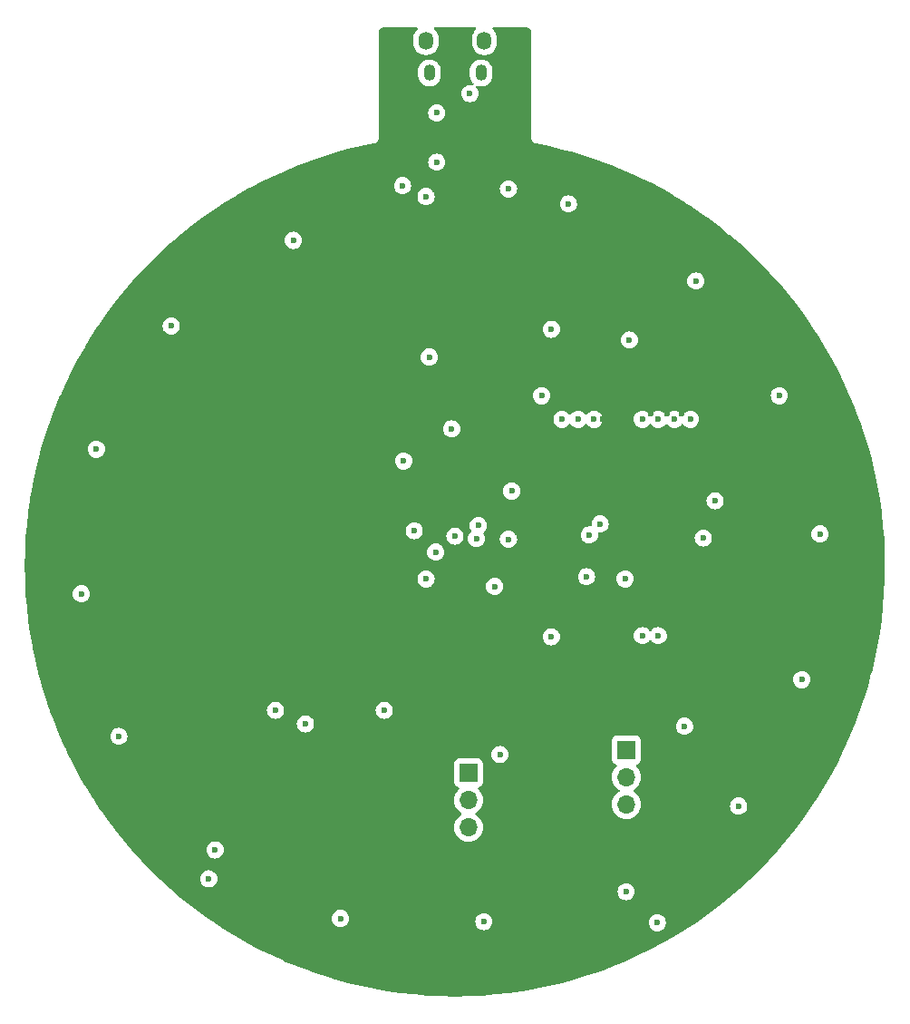
<source format=gbr>
%TF.GenerationSoftware,KiCad,Pcbnew,8.0.6*%
%TF.CreationDate,2024-11-25T23:55:31-05:00*%
%TF.ProjectId,Christmas Ornament 2024,43687269-7374-46d6-9173-204f726e616d,rev?*%
%TF.SameCoordinates,Original*%
%TF.FileFunction,Copper,L3,Inr*%
%TF.FilePolarity,Positive*%
%FSLAX46Y46*%
G04 Gerber Fmt 4.6, Leading zero omitted, Abs format (unit mm)*
G04 Created by KiCad (PCBNEW 8.0.6) date 2024-11-25 23:55:31*
%MOMM*%
%LPD*%
G01*
G04 APERTURE LIST*
%TA.AperFunction,ComponentPad*%
%ADD10R,1.700000X1.700000*%
%TD*%
%TA.AperFunction,ComponentPad*%
%ADD11O,1.700000X1.700000*%
%TD*%
%TA.AperFunction,ComponentPad*%
%ADD12O,1.350000X1.700000*%
%TD*%
%TA.AperFunction,ComponentPad*%
%ADD13O,1.100000X1.500000*%
%TD*%
%TA.AperFunction,ViaPad*%
%ADD14C,0.600000*%
%TD*%
G04 APERTURE END LIST*
D10*
%TO.N,+5C*%
%TO.C,J4*%
X128270000Y-120904000D03*
D11*
%TO.N,+5ish*%
X128270000Y-123444000D03*
%TO.N,+5V*%
X128270000Y-125984000D03*
%TD*%
D10*
%TO.N,+BATT*%
%TO.C,J5*%
X143020000Y-118760000D03*
D11*
%TO.N,unconnected-(J5-Pin_2-Pad2)*%
X143020000Y-121300000D03*
%TO.N,GND*%
X143020000Y-123840000D03*
%TD*%
D12*
%TO.N,GND*%
%TO.C,J1*%
X129755000Y-52560000D03*
D13*
X129444999Y-55559999D03*
X124605000Y-55560000D03*
D12*
X124295000Y-52560000D03*
%TD*%
D14*
%TO.N,+3V3*%
X114500000Y-113700000D03*
X134000000Y-83600000D03*
X116100000Y-113700000D03*
X146600000Y-109600000D03*
X122300000Y-81100000D03*
X124206000Y-98298000D03*
X140800000Y-87900000D03*
X146800000Y-87400000D03*
X138900000Y-76200000D03*
X128700000Y-59300000D03*
X114600000Y-110700000D03*
X148200000Y-87400000D03*
X145300000Y-87400000D03*
X115900000Y-110700000D03*
X128700000Y-63800000D03*
X128036549Y-100663451D03*
X149000000Y-100000000D03*
X135500000Y-94100000D03*
X135300000Y-99100000D03*
%TO.N,GND*%
X124300000Y-67100000D03*
X116300000Y-134500000D03*
X140562500Y-97667500D03*
X136000000Y-108200000D03*
X143000000Y-132000000D03*
X149000000Y-87900000D03*
X92100000Y-104200000D03*
X129000000Y-99025000D03*
X129700000Y-134800000D03*
X132300000Y-94600000D03*
X130700000Y-103500000D03*
X150200000Y-98982500D03*
X129186403Y-97825000D03*
X143300000Y-80500000D03*
X124300000Y-102800000D03*
X104600000Y-128100000D03*
X138500000Y-87900000D03*
X120396000Y-115062000D03*
X132000000Y-99100000D03*
X139562500Y-98700000D03*
X95600000Y-117500000D03*
X140000000Y-87900000D03*
X135100000Y-85700000D03*
X125200000Y-100300000D03*
X136000000Y-79500000D03*
X125300000Y-59300000D03*
X151300000Y-95500000D03*
X147500000Y-87900000D03*
X144500000Y-108100000D03*
X139300000Y-102600000D03*
X104000000Y-130800000D03*
X146000000Y-108100000D03*
X159400000Y-112200000D03*
X111900000Y-71200000D03*
X125300000Y-63900000D03*
X149500000Y-75000000D03*
X144500000Y-87900000D03*
X137600000Y-67800000D03*
X93500000Y-90700000D03*
X123200000Y-98300000D03*
X122200000Y-91800000D03*
X100500000Y-79200000D03*
X161100000Y-98600000D03*
X157300000Y-85700000D03*
X146000000Y-87900000D03*
X153500000Y-124000000D03*
X110236000Y-115062000D03*
X113030000Y-116332000D03*
X137000000Y-87900000D03*
X126700000Y-88800000D03*
X145900000Y-134900000D03*
X148450000Y-116550000D03*
%TO.N,+BATT*%
X131200000Y-119200000D03*
%TO.N,+5V*%
X128400000Y-57500000D03*
%TO.N,Net-(JP1-B)*%
X127000000Y-98806000D03*
%TO.N,QSPI SS*%
X122100000Y-66100000D03*
X124600000Y-82100000D03*
%TO.N,Net-(SW1-A)*%
X142900000Y-102800000D03*
X132000000Y-66400000D03*
%TD*%
%TA.AperFunction,Conductor*%
%TO.N,+3V3*%
G36*
X123484769Y-51320185D02*
G01*
X123530524Y-51372989D01*
X123540468Y-51442147D01*
X123511443Y-51505703D01*
X123505411Y-51512181D01*
X123398381Y-51619210D01*
X123398381Y-51619211D01*
X123398379Y-51619213D01*
X123351672Y-51683499D01*
X123289622Y-51768903D01*
X123205620Y-51933764D01*
X123205619Y-51933767D01*
X123148445Y-52109734D01*
X123119500Y-52292486D01*
X123119500Y-52827513D01*
X123148445Y-53010265D01*
X123205619Y-53186232D01*
X123205620Y-53186235D01*
X123289622Y-53351096D01*
X123398379Y-53500787D01*
X123529213Y-53631621D01*
X123678904Y-53740378D01*
X123759763Y-53781577D01*
X123843764Y-53824379D01*
X123843767Y-53824380D01*
X123931750Y-53852967D01*
X124019736Y-53881555D01*
X124202486Y-53910500D01*
X124202487Y-53910500D01*
X124387513Y-53910500D01*
X124387514Y-53910500D01*
X124570264Y-53881555D01*
X124746235Y-53824379D01*
X124911096Y-53740378D01*
X125060787Y-53631621D01*
X125191621Y-53500787D01*
X125300378Y-53351096D01*
X125384379Y-53186235D01*
X125441555Y-53010264D01*
X125470500Y-52827514D01*
X125470500Y-52292486D01*
X125441555Y-52109736D01*
X125384379Y-51933765D01*
X125384379Y-51933764D01*
X125315232Y-51798057D01*
X125300378Y-51768904D01*
X125191621Y-51619213D01*
X125084589Y-51512181D01*
X125051104Y-51450858D01*
X125056088Y-51381166D01*
X125097960Y-51325233D01*
X125163424Y-51300816D01*
X125172270Y-51300500D01*
X128877730Y-51300500D01*
X128944769Y-51320185D01*
X128990524Y-51372989D01*
X129000468Y-51442147D01*
X128971443Y-51505703D01*
X128965411Y-51512181D01*
X128858381Y-51619210D01*
X128858381Y-51619211D01*
X128858379Y-51619213D01*
X128811672Y-51683499D01*
X128749622Y-51768903D01*
X128665620Y-51933764D01*
X128665619Y-51933767D01*
X128608445Y-52109734D01*
X128579500Y-52292486D01*
X128579500Y-52827513D01*
X128608445Y-53010265D01*
X128665619Y-53186232D01*
X128665620Y-53186235D01*
X128749622Y-53351096D01*
X128858379Y-53500787D01*
X128989213Y-53631621D01*
X129138904Y-53740378D01*
X129219763Y-53781577D01*
X129303764Y-53824379D01*
X129303767Y-53824380D01*
X129391750Y-53852967D01*
X129479736Y-53881555D01*
X129662486Y-53910500D01*
X129662487Y-53910500D01*
X129847513Y-53910500D01*
X129847514Y-53910500D01*
X130030264Y-53881555D01*
X130206235Y-53824379D01*
X130371096Y-53740378D01*
X130520787Y-53631621D01*
X130651621Y-53500787D01*
X130760378Y-53351096D01*
X130844379Y-53186235D01*
X130901555Y-53010264D01*
X130930500Y-52827514D01*
X130930500Y-52292486D01*
X130901555Y-52109736D01*
X130844379Y-51933765D01*
X130844379Y-51933764D01*
X130775232Y-51798057D01*
X130760378Y-51768904D01*
X130651621Y-51619213D01*
X130544589Y-51512181D01*
X130511104Y-51450858D01*
X130516088Y-51381166D01*
X130557960Y-51325233D01*
X130623424Y-51300816D01*
X130632270Y-51300500D01*
X133555401Y-51300500D01*
X133555405Y-51300501D01*
X133614337Y-51300500D01*
X133628207Y-51301277D01*
X133718486Y-51311440D01*
X133745534Y-51317608D01*
X133824680Y-51345278D01*
X133849678Y-51357305D01*
X133920690Y-51401878D01*
X133942391Y-51419165D01*
X134001718Y-51478416D01*
X134019031Y-51500093D01*
X134063694Y-51571041D01*
X134075756Y-51596028D01*
X134103528Y-51675138D01*
X134109731Y-51702178D01*
X134120005Y-51792382D01*
X134120802Y-51806254D01*
X134133470Y-61589591D01*
X134131269Y-61613009D01*
X134130075Y-61619260D01*
X134130074Y-61619266D01*
X134133246Y-61662656D01*
X134133576Y-61671528D01*
X134133634Y-61715023D01*
X134135286Y-61721157D01*
X134139221Y-61744355D01*
X134139684Y-61750692D01*
X134139685Y-61750696D01*
X134153979Y-61791784D01*
X134156597Y-61800279D01*
X134167906Y-61842270D01*
X134167908Y-61842275D01*
X134171095Y-61847779D01*
X134180897Y-61869161D01*
X134182986Y-61875165D01*
X134207422Y-61911148D01*
X134212146Y-61918671D01*
X134233943Y-61956311D01*
X134233944Y-61956312D01*
X134233946Y-61956315D01*
X134238445Y-61960802D01*
X134253451Y-61978924D01*
X134257024Y-61984185D01*
X134257025Y-61984186D01*
X134289955Y-62012628D01*
X134296469Y-62018676D01*
X134327253Y-62049380D01*
X134332762Y-62052551D01*
X134351944Y-62066168D01*
X134356760Y-62070328D01*
X134395927Y-62089277D01*
X134403748Y-62093413D01*
X134441466Y-62115125D01*
X134447607Y-62116762D01*
X134469664Y-62124952D01*
X134475389Y-62127722D01*
X134489988Y-62130511D01*
X134518118Y-62135887D01*
X134526777Y-62137865D01*
X134568804Y-62149068D01*
X134570495Y-62149065D01*
X134595840Y-62151648D01*
X135773913Y-62395997D01*
X135777679Y-62396841D01*
X137000974Y-62690927D01*
X137004667Y-62691876D01*
X138218153Y-63024251D01*
X138221812Y-63025315D01*
X139424257Y-63395639D01*
X139427863Y-63396811D01*
X140618063Y-63804713D01*
X140621688Y-63806019D01*
X141798496Y-64251106D01*
X141802047Y-64252513D01*
X142950703Y-64728708D01*
X142964252Y-64734325D01*
X142967827Y-64735873D01*
X144114321Y-65253950D01*
X144117845Y-65255610D01*
X145234391Y-65803014D01*
X145247462Y-65809422D01*
X145250926Y-65811188D01*
X146362651Y-66400239D01*
X146366030Y-66402099D01*
X147403792Y-66994435D01*
X147458680Y-67025764D01*
X147462021Y-67027741D01*
X147571755Y-67095031D01*
X148534531Y-67685413D01*
X148537819Y-67687501D01*
X148981680Y-67979249D01*
X149589162Y-68378544D01*
X149592326Y-68380696D01*
X150193825Y-68803698D01*
X150621464Y-69104435D01*
X150624615Y-69106726D01*
X151630464Y-69862396D01*
X151633541Y-69864784D01*
X152615170Y-70651682D01*
X152618171Y-70654166D01*
X153574604Y-71471513D01*
X153577525Y-71474090D01*
X154507793Y-72321056D01*
X154510632Y-72323723D01*
X155413868Y-73199519D01*
X155416621Y-73202274D01*
X156291873Y-74105975D01*
X156294539Y-74108815D01*
X156390769Y-74214630D01*
X157131351Y-75028980D01*
X157141006Y-75039596D01*
X157143576Y-75042513D01*
X157644895Y-75629816D01*
X157960372Y-75999401D01*
X157962854Y-76002403D01*
X158749180Y-76984460D01*
X158751567Y-76987538D01*
X159506696Y-77993857D01*
X159508984Y-77997009D01*
X160232099Y-79026502D01*
X160234288Y-79029725D01*
X160463749Y-79379255D01*
X160872743Y-80002262D01*
X160924721Y-80081437D01*
X160926796Y-80084708D01*
X161049685Y-80285368D01*
X161583862Y-81157600D01*
X161585844Y-81160953D01*
X162208879Y-82253940D01*
X162210755Y-82257354D01*
X162799164Y-83369391D01*
X162800931Y-83372862D01*
X163348705Y-84491769D01*
X163354102Y-84502792D01*
X163355760Y-84506317D01*
X163873185Y-85653105D01*
X163874731Y-85656681D01*
X164355869Y-86819124D01*
X164357302Y-86822746D01*
X164801700Y-87999752D01*
X164803015Y-88003410D01*
X164828960Y-88079254D01*
X165210217Y-89193769D01*
X165211420Y-89197474D01*
X165581035Y-90400050D01*
X165582121Y-90403791D01*
X165913790Y-91617406D01*
X165914757Y-91621179D01*
X166208130Y-92844561D01*
X166208979Y-92848363D01*
X166463788Y-94080382D01*
X166464517Y-94084208D01*
X166680505Y-95323637D01*
X166681113Y-95327485D01*
X166858058Y-96573040D01*
X166858546Y-96576904D01*
X166996290Y-97827476D01*
X166996655Y-97831354D01*
X167095046Y-99085563D01*
X167095290Y-99089451D01*
X167154242Y-100346185D01*
X167154363Y-100350078D01*
X167173811Y-101608010D01*
X167173810Y-101611905D01*
X167153738Y-102869827D01*
X167153615Y-102873721D01*
X167094041Y-104130429D01*
X167093795Y-104134316D01*
X166994782Y-105388474D01*
X166994415Y-105392352D01*
X166856054Y-106642828D01*
X166855565Y-106646692D01*
X166677995Y-107892212D01*
X166677384Y-107896060D01*
X166460791Y-109135323D01*
X166460061Y-109139149D01*
X166204634Y-110371079D01*
X166203783Y-110374880D01*
X165909796Y-111598147D01*
X165908826Y-111601919D01*
X165576575Y-112815304D01*
X165575488Y-112819045D01*
X165205264Y-114021474D01*
X165204059Y-114025178D01*
X164796273Y-115215318D01*
X164794953Y-115218983D01*
X164349967Y-116395778D01*
X164348532Y-116399399D01*
X163866819Y-117561605D01*
X163865271Y-117565180D01*
X163347288Y-118711685D01*
X163345629Y-118715209D01*
X162791885Y-119844891D01*
X162790116Y-119848361D01*
X162201170Y-120960081D01*
X162199293Y-120963494D01*
X161575702Y-122056196D01*
X161573718Y-122059548D01*
X160916141Y-123132081D01*
X160914053Y-123135370D01*
X160223095Y-124186746D01*
X160220905Y-124189967D01*
X159497274Y-125219109D01*
X159494984Y-125222260D01*
X158739371Y-126228184D01*
X158736983Y-126231261D01*
X157950155Y-127212946D01*
X157947671Y-127215947D01*
X157130392Y-128172440D01*
X157127815Y-128175361D01*
X156280917Y-129105691D01*
X156278250Y-129108530D01*
X155402536Y-130011812D01*
X155399781Y-130014566D01*
X154496127Y-130889898D01*
X154493287Y-130892564D01*
X153562581Y-131739084D01*
X153559659Y-131741659D01*
X152602819Y-132558534D01*
X152599817Y-132561016D01*
X151617818Y-133347411D01*
X151614740Y-133349798D01*
X150608496Y-134104984D01*
X150605344Y-134107273D01*
X149575896Y-134830468D01*
X149572674Y-134832657D01*
X148520997Y-135523175D01*
X148517708Y-135525261D01*
X147444891Y-136182388D01*
X147441537Y-136184371D01*
X146348575Y-136807496D01*
X146345162Y-136809371D01*
X145233204Y-137397841D01*
X145229733Y-137399609D01*
X144099817Y-137952874D01*
X144096292Y-137954532D01*
X142949541Y-138472040D01*
X142945965Y-138473586D01*
X141783566Y-138954803D01*
X141779945Y-138956236D01*
X140602979Y-139400716D01*
X140599313Y-139402035D01*
X139408981Y-139809322D01*
X139405277Y-139810525D01*
X138202719Y-140180231D01*
X138198978Y-140181317D01*
X136985416Y-140513065D01*
X136981643Y-140514033D01*
X135758253Y-140807501D01*
X135754451Y-140808350D01*
X134522450Y-141063248D01*
X134518624Y-141063977D01*
X133279237Y-141280050D01*
X133275389Y-141280659D01*
X132029825Y-141457697D01*
X132025961Y-141458185D01*
X130775394Y-141596020D01*
X130771516Y-141596385D01*
X129517314Y-141694866D01*
X129513426Y-141695110D01*
X128256728Y-141754151D01*
X128252835Y-141754273D01*
X126994872Y-141773811D01*
X126990977Y-141773810D01*
X125733055Y-141753829D01*
X125729161Y-141753706D01*
X124472480Y-141694224D01*
X124468593Y-141693979D01*
X123214396Y-141595054D01*
X123210518Y-141594687D01*
X121960037Y-141456416D01*
X121956173Y-141455927D01*
X120710662Y-141278450D01*
X120706814Y-141277840D01*
X119467477Y-141061327D01*
X119463651Y-141060596D01*
X118244713Y-140807955D01*
X118231757Y-140805269D01*
X118227962Y-140804421D01*
X117004683Y-140510523D01*
X117000910Y-140509554D01*
X115801845Y-140181317D01*
X115787414Y-140177366D01*
X115783699Y-140176286D01*
X115379267Y-140051794D01*
X114581307Y-139806168D01*
X114577602Y-139804964D01*
X113537064Y-139448521D01*
X113387380Y-139397246D01*
X113383720Y-139395928D01*
X112206940Y-138951045D01*
X112203318Y-138949611D01*
X111041029Y-138467960D01*
X111037455Y-138466412D01*
X109890936Y-137948523D01*
X109887411Y-137946864D01*
X108757677Y-137393196D01*
X108754207Y-137391427D01*
X107642445Y-136802561D01*
X107639032Y-136800684D01*
X106546323Y-136177194D01*
X106542970Y-136175211D01*
X105743890Y-135685368D01*
X105470327Y-135517671D01*
X105467049Y-135515590D01*
X105364229Y-135448028D01*
X104415653Y-134824727D01*
X104412431Y-134822537D01*
X103953645Y-134499996D01*
X115494435Y-134499996D01*
X115494435Y-134500003D01*
X115514630Y-134679249D01*
X115514631Y-134679254D01*
X115574211Y-134849523D01*
X115605926Y-134899996D01*
X115670184Y-135002262D01*
X115797738Y-135129816D01*
X115950478Y-135225789D01*
X116018306Y-135249523D01*
X116120745Y-135285368D01*
X116120750Y-135285369D01*
X116299996Y-135305565D01*
X116300000Y-135305565D01*
X116300004Y-135305565D01*
X116479249Y-135285369D01*
X116479252Y-135285368D01*
X116479255Y-135285368D01*
X116649522Y-135225789D01*
X116802262Y-135129816D01*
X116929816Y-135002262D01*
X117025789Y-134849522D01*
X117043119Y-134799996D01*
X128894435Y-134799996D01*
X128894435Y-134800003D01*
X128914630Y-134979249D01*
X128914631Y-134979254D01*
X128974211Y-135149523D01*
X129037045Y-135249522D01*
X129070184Y-135302262D01*
X129197738Y-135429816D01*
X129288080Y-135486582D01*
X129349637Y-135525261D01*
X129350478Y-135525789D01*
X129361984Y-135529815D01*
X129520745Y-135585368D01*
X129520750Y-135585369D01*
X129699996Y-135605565D01*
X129700000Y-135605565D01*
X129700004Y-135605565D01*
X129879249Y-135585369D01*
X129879252Y-135585368D01*
X129879255Y-135585368D01*
X130049522Y-135525789D01*
X130202262Y-135429816D01*
X130329816Y-135302262D01*
X130425789Y-135149522D01*
X130485368Y-134979255D01*
X130485369Y-134979249D01*
X130494299Y-134899996D01*
X145094435Y-134899996D01*
X145094435Y-134900003D01*
X145114630Y-135079249D01*
X145114631Y-135079254D01*
X145174211Y-135249523D01*
X145209425Y-135305565D01*
X145270184Y-135402262D01*
X145397738Y-135529816D01*
X145550478Y-135625789D01*
X145720745Y-135685368D01*
X145720750Y-135685369D01*
X145899996Y-135705565D01*
X145900000Y-135705565D01*
X145900004Y-135705565D01*
X146079249Y-135685369D01*
X146079252Y-135685368D01*
X146079255Y-135685368D01*
X146249522Y-135625789D01*
X146402262Y-135529816D01*
X146529816Y-135402262D01*
X146625789Y-135249522D01*
X146685368Y-135079255D01*
X146694043Y-135002262D01*
X146705565Y-134900003D01*
X146705565Y-134899996D01*
X146685369Y-134720750D01*
X146685368Y-134720745D01*
X146679073Y-134702756D01*
X146625789Y-134550478D01*
X146529816Y-134397738D01*
X146402262Y-134270184D01*
X146249523Y-134174211D01*
X146079254Y-134114631D01*
X146079249Y-134114630D01*
X145900004Y-134094435D01*
X145899996Y-134094435D01*
X145720750Y-134114630D01*
X145720745Y-134114631D01*
X145550476Y-134174211D01*
X145397737Y-134270184D01*
X145270184Y-134397737D01*
X145174211Y-134550476D01*
X145114631Y-134720745D01*
X145114630Y-134720750D01*
X145094435Y-134899996D01*
X130494299Y-134899996D01*
X130505565Y-134800003D01*
X130505565Y-134799996D01*
X130485369Y-134620750D01*
X130485368Y-134620745D01*
X130425789Y-134450478D01*
X130329816Y-134297738D01*
X130202262Y-134170184D01*
X130113852Y-134114632D01*
X130049523Y-134074211D01*
X129879254Y-134014631D01*
X129879249Y-134014630D01*
X129700004Y-133994435D01*
X129699996Y-133994435D01*
X129520750Y-134014630D01*
X129520745Y-134014631D01*
X129350476Y-134074211D01*
X129197737Y-134170184D01*
X129070184Y-134297737D01*
X128974211Y-134450476D01*
X128914631Y-134620745D01*
X128914630Y-134620750D01*
X128894435Y-134799996D01*
X117043119Y-134799996D01*
X117085368Y-134679255D01*
X117091960Y-134620750D01*
X117105565Y-134500003D01*
X117105565Y-134499996D01*
X117085369Y-134320750D01*
X117085368Y-134320745D01*
X117025789Y-134150478D01*
X117003265Y-134114632D01*
X116940431Y-134014632D01*
X116929816Y-133997738D01*
X116802262Y-133870184D01*
X116649523Y-133774211D01*
X116479254Y-133714631D01*
X116479249Y-133714630D01*
X116300004Y-133694435D01*
X116299996Y-133694435D01*
X116120750Y-133714630D01*
X116120745Y-133714631D01*
X115950476Y-133774211D01*
X115797737Y-133870184D01*
X115670184Y-133997737D01*
X115574211Y-134150476D01*
X115514631Y-134320745D01*
X115514630Y-134320750D01*
X115494435Y-134499996D01*
X103953645Y-134499996D01*
X103383222Y-134098970D01*
X103380071Y-134096680D01*
X102374092Y-133341140D01*
X102371015Y-133338752D01*
X101389293Y-132552010D01*
X101386292Y-132549527D01*
X100743061Y-131999996D01*
X142194435Y-131999996D01*
X142194435Y-132000003D01*
X142214630Y-132179249D01*
X142214631Y-132179254D01*
X142274211Y-132349523D01*
X142370184Y-132502262D01*
X142497738Y-132629816D01*
X142650478Y-132725789D01*
X142820745Y-132785368D01*
X142820750Y-132785369D01*
X142999996Y-132805565D01*
X143000000Y-132805565D01*
X143000004Y-132805565D01*
X143179249Y-132785369D01*
X143179252Y-132785368D01*
X143179255Y-132785368D01*
X143349522Y-132725789D01*
X143502262Y-132629816D01*
X143629816Y-132502262D01*
X143725789Y-132349522D01*
X143785368Y-132179255D01*
X143805565Y-132000000D01*
X143785368Y-131820745D01*
X143725789Y-131650478D01*
X143629816Y-131497738D01*
X143502262Y-131370184D01*
X143349523Y-131274211D01*
X143179254Y-131214631D01*
X143179249Y-131214630D01*
X143000004Y-131194435D01*
X142999996Y-131194435D01*
X142820750Y-131214630D01*
X142820745Y-131214631D01*
X142650476Y-131274211D01*
X142497737Y-131370184D01*
X142370184Y-131497737D01*
X142274211Y-131650476D01*
X142214631Y-131820745D01*
X142214630Y-131820750D01*
X142194435Y-131999996D01*
X100743061Y-131999996D01*
X100429738Y-131732315D01*
X100426816Y-131729738D01*
X99496427Y-130882908D01*
X99493588Y-130880242D01*
X99410804Y-130799996D01*
X103194435Y-130799996D01*
X103194435Y-130800003D01*
X103214630Y-130979249D01*
X103214631Y-130979254D01*
X103274211Y-131149523D01*
X103315122Y-131214632D01*
X103370184Y-131302262D01*
X103497738Y-131429816D01*
X103588080Y-131486582D01*
X103605833Y-131497737D01*
X103650478Y-131525789D01*
X103820745Y-131585368D01*
X103820750Y-131585369D01*
X103999996Y-131605565D01*
X104000000Y-131605565D01*
X104000004Y-131605565D01*
X104179249Y-131585369D01*
X104179252Y-131585368D01*
X104179255Y-131585368D01*
X104349522Y-131525789D01*
X104502262Y-131429816D01*
X104629816Y-131302262D01*
X104725789Y-131149522D01*
X104785368Y-130979255D01*
X104805565Y-130800000D01*
X104785368Y-130620745D01*
X104725789Y-130450478D01*
X104629816Y-130297738D01*
X104502262Y-130170184D01*
X104349523Y-130074211D01*
X104179254Y-130014631D01*
X104179249Y-130014630D01*
X104000004Y-129994435D01*
X103999996Y-129994435D01*
X103820750Y-130014630D01*
X103820745Y-130014631D01*
X103650476Y-130074211D01*
X103497737Y-130170184D01*
X103370184Y-130297737D01*
X103274211Y-130450476D01*
X103214631Y-130620745D01*
X103214630Y-130620750D01*
X103194435Y-130799996D01*
X99410804Y-130799996D01*
X99050228Y-130450476D01*
X98590200Y-130004553D01*
X98587495Y-130001847D01*
X98066094Y-129463653D01*
X97712074Y-129098230D01*
X97709408Y-129095390D01*
X96862820Y-128164745D01*
X96860245Y-128161823D01*
X96807454Y-128099996D01*
X103794435Y-128099996D01*
X103794435Y-128100003D01*
X103814630Y-128279249D01*
X103814631Y-128279254D01*
X103874211Y-128449523D01*
X103970184Y-128602262D01*
X104097738Y-128729816D01*
X104250478Y-128825789D01*
X104420745Y-128885368D01*
X104420750Y-128885369D01*
X104599996Y-128905565D01*
X104600000Y-128905565D01*
X104600004Y-128905565D01*
X104779249Y-128885369D01*
X104779252Y-128885368D01*
X104779255Y-128885368D01*
X104949522Y-128825789D01*
X105102262Y-128729816D01*
X105229816Y-128602262D01*
X105325789Y-128449522D01*
X105385368Y-128279255D01*
X105398432Y-128163312D01*
X105405565Y-128100003D01*
X105405565Y-128099996D01*
X105385369Y-127920750D01*
X105385368Y-127920745D01*
X105325788Y-127750476D01*
X105229815Y-127597737D01*
X105102262Y-127470184D01*
X104949523Y-127374211D01*
X104779254Y-127314631D01*
X104779249Y-127314630D01*
X104600004Y-127294435D01*
X104599996Y-127294435D01*
X104420750Y-127314630D01*
X104420745Y-127314631D01*
X104250476Y-127374211D01*
X104097737Y-127470184D01*
X103970184Y-127597737D01*
X103874211Y-127750476D01*
X103814631Y-127920745D01*
X103814630Y-127920750D01*
X103794435Y-128099996D01*
X96807454Y-128099996D01*
X96043319Y-127205062D01*
X96040836Y-127202060D01*
X95254354Y-126220098D01*
X95251967Y-126217020D01*
X95077059Y-125984000D01*
X94496687Y-125210802D01*
X94494440Y-125207709D01*
X93984897Y-124482498D01*
X93771151Y-124178283D01*
X93768962Y-124175061D01*
X93288881Y-123443999D01*
X126914341Y-123443999D01*
X126914341Y-123444000D01*
X126934936Y-123679403D01*
X126934938Y-123679413D01*
X126996094Y-123907655D01*
X126996096Y-123907659D01*
X126996097Y-123907663D01*
X127039153Y-123999996D01*
X127095965Y-124121830D01*
X127095967Y-124121834D01*
X127231501Y-124315395D01*
X127231506Y-124315402D01*
X127398597Y-124482493D01*
X127398603Y-124482498D01*
X127584158Y-124612425D01*
X127627783Y-124667002D01*
X127634977Y-124736500D01*
X127603454Y-124798855D01*
X127584158Y-124815575D01*
X127398597Y-124945505D01*
X127231505Y-125112597D01*
X127095965Y-125306169D01*
X127095964Y-125306171D01*
X126996098Y-125520335D01*
X126996094Y-125520344D01*
X126934938Y-125748586D01*
X126934936Y-125748596D01*
X126914341Y-125983999D01*
X126914341Y-125984000D01*
X126934936Y-126219403D01*
X126934938Y-126219413D01*
X126996094Y-126447655D01*
X126996096Y-126447659D01*
X126996097Y-126447663D01*
X127086205Y-126640900D01*
X127095965Y-126661830D01*
X127095967Y-126661834D01*
X127204281Y-126816521D01*
X127231505Y-126855401D01*
X127398599Y-127022495D01*
X127495384Y-127090265D01*
X127592165Y-127158032D01*
X127592167Y-127158033D01*
X127592170Y-127158035D01*
X127806337Y-127257903D01*
X128034592Y-127319063D01*
X128222918Y-127335539D01*
X128269999Y-127339659D01*
X128270000Y-127339659D01*
X128270001Y-127339659D01*
X128309234Y-127336226D01*
X128505408Y-127319063D01*
X128733663Y-127257903D01*
X128947830Y-127158035D01*
X129141401Y-127022495D01*
X129308495Y-126855401D01*
X129444035Y-126661830D01*
X129543903Y-126447663D01*
X129605063Y-126219408D01*
X129625659Y-125984000D01*
X129605063Y-125748592D01*
X129543903Y-125520337D01*
X129444035Y-125306171D01*
X129385281Y-125222260D01*
X129308494Y-125112597D01*
X129141402Y-124945506D01*
X129141396Y-124945501D01*
X128955842Y-124815575D01*
X128912217Y-124760998D01*
X128905023Y-124691500D01*
X128936546Y-124629145D01*
X128955842Y-124612425D01*
X129011425Y-124573505D01*
X129141401Y-124482495D01*
X129308495Y-124315401D01*
X129444035Y-124121830D01*
X129543903Y-123907663D01*
X129605063Y-123679408D01*
X129625659Y-123444000D01*
X129605063Y-123208592D01*
X129543903Y-122980337D01*
X129444035Y-122766171D01*
X129377798Y-122671575D01*
X129308496Y-122572600D01*
X129258898Y-122523002D01*
X129186567Y-122450671D01*
X129153084Y-122389351D01*
X129158068Y-122319659D01*
X129199939Y-122263725D01*
X129230915Y-122246810D01*
X129362331Y-122197796D01*
X129477546Y-122111546D01*
X129563796Y-121996331D01*
X129614091Y-121861483D01*
X129620500Y-121801873D01*
X129620500Y-121299999D01*
X141664341Y-121299999D01*
X141664341Y-121300000D01*
X141684936Y-121535403D01*
X141684938Y-121535413D01*
X141746094Y-121763655D01*
X141746096Y-121763659D01*
X141746097Y-121763663D01*
X141845965Y-121977830D01*
X141845967Y-121977834D01*
X141981501Y-122171395D01*
X141981506Y-122171402D01*
X142148597Y-122338493D01*
X142148603Y-122338498D01*
X142334158Y-122468425D01*
X142377783Y-122523002D01*
X142384977Y-122592500D01*
X142353454Y-122654855D01*
X142334158Y-122671575D01*
X142148597Y-122801505D01*
X141981505Y-122968597D01*
X141845965Y-123162169D01*
X141845964Y-123162171D01*
X141746098Y-123376335D01*
X141746094Y-123376344D01*
X141684938Y-123604586D01*
X141684936Y-123604596D01*
X141664341Y-123839999D01*
X141664341Y-123840000D01*
X141684936Y-124075403D01*
X141684938Y-124075413D01*
X141746094Y-124303655D01*
X141746096Y-124303659D01*
X141746097Y-124303663D01*
X141767482Y-124349523D01*
X141845965Y-124517830D01*
X141845967Y-124517834D01*
X141950416Y-124667002D01*
X141981505Y-124711401D01*
X142148599Y-124878495D01*
X142244293Y-124945501D01*
X142342165Y-125014032D01*
X142342167Y-125014033D01*
X142342170Y-125014035D01*
X142556337Y-125113903D01*
X142784592Y-125175063D01*
X142972918Y-125191539D01*
X143019999Y-125195659D01*
X143020000Y-125195659D01*
X143020001Y-125195659D01*
X143059234Y-125192226D01*
X143255408Y-125175063D01*
X143483663Y-125113903D01*
X143697830Y-125014035D01*
X143891401Y-124878495D01*
X144058495Y-124711401D01*
X144194035Y-124517830D01*
X144293903Y-124303663D01*
X144355063Y-124075408D01*
X144361661Y-123999996D01*
X152694435Y-123999996D01*
X152694435Y-124000003D01*
X152714630Y-124179249D01*
X152714631Y-124179254D01*
X152774211Y-124349523D01*
X152857765Y-124482498D01*
X152870184Y-124502262D01*
X152997738Y-124629816D01*
X153056919Y-124667002D01*
X153127579Y-124711401D01*
X153150478Y-124725789D01*
X153251100Y-124760998D01*
X153320745Y-124785368D01*
X153320750Y-124785369D01*
X153499996Y-124805565D01*
X153500000Y-124805565D01*
X153500004Y-124805565D01*
X153679249Y-124785369D01*
X153679252Y-124785368D01*
X153679255Y-124785368D01*
X153849522Y-124725789D01*
X154002262Y-124629816D01*
X154129816Y-124502262D01*
X154225789Y-124349522D01*
X154285368Y-124179255D01*
X154291838Y-124121834D01*
X154305565Y-124000003D01*
X154305565Y-123999996D01*
X154285369Y-123820750D01*
X154285368Y-123820745D01*
X154225788Y-123650476D01*
X154186582Y-123588080D01*
X154129816Y-123497738D01*
X154002262Y-123370184D01*
X153849523Y-123274211D01*
X153679254Y-123214631D01*
X153679249Y-123214630D01*
X153500004Y-123194435D01*
X153499996Y-123194435D01*
X153320750Y-123214630D01*
X153320745Y-123214631D01*
X153150476Y-123274211D01*
X152997737Y-123370184D01*
X152870184Y-123497737D01*
X152774211Y-123650476D01*
X152714631Y-123820745D01*
X152714630Y-123820750D01*
X152694435Y-123999996D01*
X144361661Y-123999996D01*
X144375659Y-123840000D01*
X144355063Y-123604592D01*
X144293903Y-123376337D01*
X144194035Y-123162171D01*
X144058495Y-122968599D01*
X144058494Y-122968597D01*
X143891402Y-122801506D01*
X143891396Y-122801501D01*
X143705842Y-122671575D01*
X143662217Y-122616998D01*
X143655023Y-122547500D01*
X143686546Y-122485145D01*
X143705842Y-122468425D01*
X143731194Y-122450673D01*
X143891401Y-122338495D01*
X144058495Y-122171401D01*
X144194035Y-121977830D01*
X144293903Y-121763663D01*
X144355063Y-121535408D01*
X144375659Y-121300000D01*
X144373789Y-121278632D01*
X144355063Y-121064596D01*
X144355063Y-121064592D01*
X144293903Y-120836337D01*
X144194035Y-120622171D01*
X144058495Y-120428599D01*
X143936567Y-120306671D01*
X143903084Y-120245351D01*
X143908068Y-120175659D01*
X143949939Y-120119725D01*
X143980915Y-120102810D01*
X144112331Y-120053796D01*
X144227546Y-119967546D01*
X144313796Y-119852331D01*
X144364091Y-119717483D01*
X144370500Y-119657873D01*
X144370499Y-117862128D01*
X144364091Y-117802517D01*
X144318117Y-117679255D01*
X144313797Y-117667671D01*
X144313793Y-117667664D01*
X144227547Y-117552455D01*
X144227544Y-117552452D01*
X144112335Y-117466206D01*
X144112328Y-117466202D01*
X143977482Y-117415908D01*
X143977483Y-117415908D01*
X143917883Y-117409501D01*
X143917881Y-117409500D01*
X143917873Y-117409500D01*
X143917864Y-117409500D01*
X142122129Y-117409500D01*
X142122123Y-117409501D01*
X142062516Y-117415908D01*
X141927671Y-117466202D01*
X141927664Y-117466206D01*
X141812455Y-117552452D01*
X141812452Y-117552455D01*
X141726206Y-117667664D01*
X141726202Y-117667671D01*
X141675908Y-117802517D01*
X141673515Y-117824780D01*
X141669501Y-117862123D01*
X141669500Y-117862135D01*
X141669500Y-119657870D01*
X141669501Y-119657876D01*
X141675908Y-119717483D01*
X141726202Y-119852328D01*
X141726206Y-119852335D01*
X141812452Y-119967544D01*
X141812455Y-119967547D01*
X141927664Y-120053793D01*
X141927671Y-120053797D01*
X142059081Y-120102810D01*
X142115015Y-120144681D01*
X142139432Y-120210145D01*
X142124580Y-120278418D01*
X142103430Y-120306673D01*
X141981503Y-120428600D01*
X141845965Y-120622169D01*
X141845964Y-120622171D01*
X141746098Y-120836335D01*
X141746094Y-120836344D01*
X141684938Y-121064586D01*
X141684936Y-121064596D01*
X141664341Y-121299999D01*
X129620500Y-121299999D01*
X129620499Y-120006128D01*
X129614091Y-119946517D01*
X129578963Y-119852335D01*
X129563797Y-119811671D01*
X129563793Y-119811664D01*
X129477547Y-119696455D01*
X129477544Y-119696452D01*
X129362335Y-119610206D01*
X129362328Y-119610202D01*
X129227482Y-119559908D01*
X129227483Y-119559908D01*
X129167883Y-119553501D01*
X129167881Y-119553500D01*
X129167873Y-119553500D01*
X129167864Y-119553500D01*
X127372129Y-119553500D01*
X127372123Y-119553501D01*
X127312516Y-119559908D01*
X127177671Y-119610202D01*
X127177664Y-119610206D01*
X127062455Y-119696452D01*
X127062452Y-119696455D01*
X126976206Y-119811664D01*
X126976202Y-119811671D01*
X126925908Y-119946517D01*
X126919560Y-120005565D01*
X126919501Y-120006123D01*
X126919500Y-120006135D01*
X126919500Y-121801870D01*
X126919501Y-121801876D01*
X126925908Y-121861483D01*
X126976202Y-121996328D01*
X126976206Y-121996335D01*
X127062452Y-122111544D01*
X127062455Y-122111547D01*
X127177664Y-122197793D01*
X127177671Y-122197797D01*
X127309081Y-122246810D01*
X127365015Y-122288681D01*
X127389432Y-122354145D01*
X127374580Y-122422418D01*
X127353430Y-122450673D01*
X127231503Y-122572600D01*
X127095965Y-122766169D01*
X127095964Y-122766171D01*
X127002401Y-122966816D01*
X127001572Y-122968597D01*
X126996098Y-122980335D01*
X126996094Y-122980344D01*
X126934938Y-123208586D01*
X126934936Y-123208596D01*
X126914341Y-123443999D01*
X93288881Y-123443999D01*
X93078383Y-123123456D01*
X93076296Y-123120167D01*
X92426536Y-122059548D01*
X92419070Y-122047362D01*
X92417090Y-122044012D01*
X91793905Y-120951128D01*
X91792029Y-120947715D01*
X91203466Y-119835775D01*
X91201698Y-119832304D01*
X90892031Y-119199996D01*
X130394435Y-119199996D01*
X130394435Y-119200003D01*
X130414630Y-119379249D01*
X130414631Y-119379254D01*
X130474211Y-119549523D01*
X130542294Y-119657876D01*
X130570184Y-119702262D01*
X130697738Y-119829816D01*
X130850478Y-119925789D01*
X130969807Y-119967544D01*
X131020745Y-119985368D01*
X131020750Y-119985369D01*
X131199996Y-120005565D01*
X131200000Y-120005565D01*
X131200004Y-120005565D01*
X131379249Y-119985369D01*
X131379252Y-119985368D01*
X131379255Y-119985368D01*
X131549522Y-119925789D01*
X131702262Y-119829816D01*
X131829816Y-119702262D01*
X131925789Y-119549522D01*
X131985368Y-119379255D01*
X132005565Y-119200000D01*
X131985368Y-119020745D01*
X131925789Y-118850478D01*
X131829816Y-118697738D01*
X131702262Y-118570184D01*
X131549523Y-118474211D01*
X131379254Y-118414631D01*
X131379249Y-118414630D01*
X131200004Y-118394435D01*
X131199996Y-118394435D01*
X131020750Y-118414630D01*
X131020745Y-118414631D01*
X130850476Y-118474211D01*
X130697737Y-118570184D01*
X130570184Y-118697737D01*
X130474211Y-118850476D01*
X130414631Y-119020745D01*
X130414630Y-119020750D01*
X130394435Y-119199996D01*
X90892031Y-119199996D01*
X90648352Y-118702428D01*
X90646694Y-118698903D01*
X90518382Y-118414631D01*
X90129118Y-117552224D01*
X90127573Y-117548652D01*
X90107426Y-117499996D01*
X94794435Y-117499996D01*
X94794435Y-117500003D01*
X94814630Y-117679249D01*
X94814631Y-117679254D01*
X94874211Y-117849523D01*
X94882136Y-117862135D01*
X94970184Y-118002262D01*
X95097738Y-118129816D01*
X95250478Y-118225789D01*
X95420745Y-118285368D01*
X95420750Y-118285369D01*
X95599996Y-118305565D01*
X95600000Y-118305565D01*
X95600004Y-118305565D01*
X95779249Y-118285369D01*
X95779252Y-118285368D01*
X95779255Y-118285368D01*
X95949522Y-118225789D01*
X96102262Y-118129816D01*
X96229816Y-118002262D01*
X96325789Y-117849522D01*
X96385368Y-117679255D01*
X96385369Y-117679249D01*
X96405565Y-117500003D01*
X96405565Y-117499996D01*
X96385369Y-117320750D01*
X96385368Y-117320745D01*
X96325788Y-117150476D01*
X96286582Y-117088080D01*
X96229816Y-116997738D01*
X96102262Y-116870184D01*
X96045093Y-116834262D01*
X95949523Y-116774211D01*
X95779254Y-116714631D01*
X95779249Y-116714630D01*
X95600004Y-116694435D01*
X95599996Y-116694435D01*
X95420750Y-116714630D01*
X95420745Y-116714631D01*
X95250476Y-116774211D01*
X95097737Y-116870184D01*
X94970184Y-116997737D01*
X94874211Y-117150476D01*
X94814631Y-117320745D01*
X94814630Y-117320750D01*
X94794435Y-117499996D01*
X90107426Y-117499996D01*
X89646252Y-116386239D01*
X89644819Y-116382617D01*
X89625698Y-116331996D01*
X112224435Y-116331996D01*
X112224435Y-116332003D01*
X112244630Y-116511249D01*
X112244631Y-116511254D01*
X112304211Y-116681523D01*
X112362451Y-116774211D01*
X112400184Y-116834262D01*
X112527738Y-116961816D01*
X112618080Y-117018582D01*
X112671681Y-117052262D01*
X112680478Y-117057789D01*
X112850745Y-117117368D01*
X112850750Y-117117369D01*
X113029996Y-117137565D01*
X113030000Y-117137565D01*
X113030004Y-117137565D01*
X113209249Y-117117369D01*
X113209252Y-117117368D01*
X113209255Y-117117368D01*
X113379522Y-117057789D01*
X113532262Y-116961816D01*
X113659816Y-116834262D01*
X113755789Y-116681522D01*
X113801812Y-116549996D01*
X147644435Y-116549996D01*
X147644435Y-116550003D01*
X147664630Y-116729249D01*
X147664631Y-116729254D01*
X147724211Y-116899523D01*
X147785924Y-116997738D01*
X147820184Y-117052262D01*
X147947738Y-117179816D01*
X148100478Y-117275789D01*
X148228955Y-117320745D01*
X148270745Y-117335368D01*
X148270750Y-117335369D01*
X148449996Y-117355565D01*
X148450000Y-117355565D01*
X148450004Y-117355565D01*
X148629249Y-117335369D01*
X148629252Y-117335368D01*
X148629255Y-117335368D01*
X148799522Y-117275789D01*
X148952262Y-117179816D01*
X149079816Y-117052262D01*
X149175789Y-116899522D01*
X149235368Y-116729255D01*
X149237016Y-116714630D01*
X149255565Y-116550003D01*
X149255565Y-116549996D01*
X149235369Y-116370750D01*
X149235368Y-116370745D01*
X149221812Y-116332003D01*
X149175789Y-116200478D01*
X149145799Y-116152750D01*
X149079815Y-116047737D01*
X148952262Y-115920184D01*
X148799523Y-115824211D01*
X148629254Y-115764631D01*
X148629249Y-115764630D01*
X148450004Y-115744435D01*
X148449996Y-115744435D01*
X148270750Y-115764630D01*
X148270745Y-115764631D01*
X148100476Y-115824211D01*
X147947737Y-115920184D01*
X147820184Y-116047737D01*
X147724211Y-116200476D01*
X147664631Y-116370745D01*
X147664630Y-116370750D01*
X147644435Y-116549996D01*
X113801812Y-116549996D01*
X113815368Y-116511255D01*
X113835565Y-116332000D01*
X113820746Y-116200478D01*
X113815369Y-116152750D01*
X113815368Y-116152745D01*
X113755788Y-115982476D01*
X113670894Y-115847369D01*
X113659816Y-115829738D01*
X113532262Y-115702184D01*
X113379523Y-115606211D01*
X113209254Y-115546631D01*
X113209249Y-115546630D01*
X113030004Y-115526435D01*
X113029996Y-115526435D01*
X112850750Y-115546630D01*
X112850745Y-115546631D01*
X112680476Y-115606211D01*
X112527737Y-115702184D01*
X112400184Y-115829737D01*
X112304211Y-115982476D01*
X112244631Y-116152745D01*
X112244630Y-116152750D01*
X112224435Y-116331996D01*
X89625698Y-116331996D01*
X89335701Y-115564262D01*
X89200257Y-115205690D01*
X89198943Y-115202038D01*
X89151014Y-115061996D01*
X109430435Y-115061996D01*
X109430435Y-115062003D01*
X109450630Y-115241249D01*
X109450631Y-115241254D01*
X109510211Y-115411523D01*
X109537919Y-115455619D01*
X109606184Y-115564262D01*
X109733738Y-115691816D01*
X109886478Y-115787789D01*
X110056745Y-115847368D01*
X110056750Y-115847369D01*
X110235996Y-115867565D01*
X110236000Y-115867565D01*
X110236004Y-115867565D01*
X110415249Y-115847369D01*
X110415252Y-115847368D01*
X110415255Y-115847368D01*
X110585522Y-115787789D01*
X110738262Y-115691816D01*
X110865816Y-115564262D01*
X110961789Y-115411522D01*
X111021368Y-115241255D01*
X111021369Y-115241249D01*
X111041565Y-115062003D01*
X111041565Y-115061996D01*
X119590435Y-115061996D01*
X119590435Y-115062003D01*
X119610630Y-115241249D01*
X119610631Y-115241254D01*
X119670211Y-115411523D01*
X119697919Y-115455619D01*
X119766184Y-115564262D01*
X119893738Y-115691816D01*
X120046478Y-115787789D01*
X120216745Y-115847368D01*
X120216750Y-115847369D01*
X120395996Y-115867565D01*
X120396000Y-115867565D01*
X120396004Y-115867565D01*
X120575249Y-115847369D01*
X120575252Y-115847368D01*
X120575255Y-115847368D01*
X120745522Y-115787789D01*
X120898262Y-115691816D01*
X121025816Y-115564262D01*
X121121789Y-115411522D01*
X121181368Y-115241255D01*
X121181369Y-115241249D01*
X121201565Y-115062003D01*
X121201565Y-115061996D01*
X121181369Y-114882750D01*
X121181368Y-114882745D01*
X121121788Y-114712476D01*
X121025815Y-114559737D01*
X120898262Y-114432184D01*
X120745523Y-114336211D01*
X120575254Y-114276631D01*
X120575249Y-114276630D01*
X120396004Y-114256435D01*
X120395996Y-114256435D01*
X120216750Y-114276630D01*
X120216745Y-114276631D01*
X120046476Y-114336211D01*
X119893737Y-114432184D01*
X119766184Y-114559737D01*
X119670211Y-114712476D01*
X119610631Y-114882745D01*
X119610630Y-114882750D01*
X119590435Y-115061996D01*
X111041565Y-115061996D01*
X111021369Y-114882750D01*
X111021368Y-114882745D01*
X110961788Y-114712476D01*
X110865815Y-114559737D01*
X110738262Y-114432184D01*
X110585523Y-114336211D01*
X110415254Y-114276631D01*
X110415249Y-114276630D01*
X110236004Y-114256435D01*
X110235996Y-114256435D01*
X110056750Y-114276630D01*
X110056745Y-114276631D01*
X109886476Y-114336211D01*
X109733737Y-114432184D01*
X109606184Y-114559737D01*
X109510211Y-114712476D01*
X109450631Y-114882745D01*
X109450630Y-114882750D01*
X109430435Y-115061996D01*
X89151014Y-115061996D01*
X88935465Y-114432184D01*
X88882229Y-114276632D01*
X88791573Y-114011745D01*
X88790369Y-114008040D01*
X88420571Y-112805490D01*
X88419485Y-112801749D01*
X88303956Y-112379254D01*
X88254939Y-112199996D01*
X158594435Y-112199996D01*
X158594435Y-112200003D01*
X158614630Y-112379249D01*
X158614631Y-112379254D01*
X158674211Y-112549523D01*
X158770184Y-112702262D01*
X158897738Y-112829816D01*
X159050478Y-112925789D01*
X159220745Y-112985368D01*
X159220750Y-112985369D01*
X159399996Y-113005565D01*
X159400000Y-113005565D01*
X159400004Y-113005565D01*
X159579249Y-112985369D01*
X159579252Y-112985368D01*
X159579255Y-112985368D01*
X159749522Y-112925789D01*
X159902262Y-112829816D01*
X160029816Y-112702262D01*
X160125789Y-112549522D01*
X160185368Y-112379255D01*
X160205565Y-112200000D01*
X160185368Y-112020745D01*
X160125789Y-111850478D01*
X160029816Y-111697738D01*
X159902262Y-111570184D01*
X159749523Y-111474211D01*
X159579254Y-111414631D01*
X159579249Y-111414630D01*
X159400004Y-111394435D01*
X159399996Y-111394435D01*
X159220750Y-111414630D01*
X159220745Y-111414631D01*
X159050476Y-111474211D01*
X158897737Y-111570184D01*
X158770184Y-111697737D01*
X158674211Y-111850476D01*
X158614631Y-112020745D01*
X158614630Y-112020750D01*
X158594435Y-112199996D01*
X88254939Y-112199996D01*
X88087643Y-111588190D01*
X88086681Y-111584438D01*
X88060231Y-111474211D01*
X87793126Y-110361072D01*
X87792278Y-110357274D01*
X87567583Y-109271648D01*
X87537291Y-109125288D01*
X87536566Y-109121489D01*
X87375845Y-108199996D01*
X135194435Y-108199996D01*
X135194435Y-108200003D01*
X135214630Y-108379249D01*
X135214631Y-108379254D01*
X135274211Y-108549523D01*
X135307351Y-108602264D01*
X135370184Y-108702262D01*
X135497738Y-108829816D01*
X135650478Y-108925789D01*
X135820745Y-108985368D01*
X135820750Y-108985369D01*
X135999996Y-109005565D01*
X136000000Y-109005565D01*
X136000004Y-109005565D01*
X136179249Y-108985369D01*
X136179252Y-108985368D01*
X136179255Y-108985368D01*
X136349522Y-108925789D01*
X136502262Y-108829816D01*
X136629816Y-108702262D01*
X136725789Y-108549522D01*
X136785368Y-108379255D01*
X136785369Y-108379249D01*
X136805565Y-108200003D01*
X136805565Y-108199996D01*
X136794298Y-108099996D01*
X143694435Y-108099996D01*
X143694435Y-108100003D01*
X143714630Y-108279249D01*
X143714631Y-108279254D01*
X143774211Y-108449523D01*
X143837045Y-108549522D01*
X143870184Y-108602262D01*
X143997738Y-108729816D01*
X144150478Y-108825789D01*
X144161984Y-108829815D01*
X144320745Y-108885368D01*
X144320750Y-108885369D01*
X144499996Y-108905565D01*
X144500000Y-108905565D01*
X144500004Y-108905565D01*
X144679249Y-108885369D01*
X144679252Y-108885368D01*
X144679255Y-108885368D01*
X144849522Y-108825789D01*
X145002262Y-108729816D01*
X145129816Y-108602262D01*
X145145007Y-108578084D01*
X145197339Y-108531796D01*
X145266393Y-108521146D01*
X145330242Y-108549521D01*
X145354990Y-108578082D01*
X145370184Y-108602262D01*
X145497738Y-108729816D01*
X145650478Y-108825789D01*
X145661984Y-108829815D01*
X145820745Y-108885368D01*
X145820750Y-108885369D01*
X145999996Y-108905565D01*
X146000000Y-108905565D01*
X146000004Y-108905565D01*
X146179249Y-108885369D01*
X146179252Y-108885368D01*
X146179255Y-108885368D01*
X146349522Y-108825789D01*
X146502262Y-108729816D01*
X146629816Y-108602262D01*
X146725789Y-108449522D01*
X146785368Y-108279255D01*
X146785369Y-108279249D01*
X146805565Y-108100003D01*
X146805565Y-108099996D01*
X146785369Y-107920750D01*
X146785368Y-107920745D01*
X146771170Y-107880169D01*
X146725789Y-107750478D01*
X146629816Y-107597738D01*
X146502262Y-107470184D01*
X146413852Y-107414632D01*
X146349523Y-107374211D01*
X146179254Y-107314631D01*
X146179249Y-107314630D01*
X146000004Y-107294435D01*
X145999996Y-107294435D01*
X145820750Y-107314630D01*
X145820745Y-107314631D01*
X145650476Y-107374211D01*
X145497737Y-107470184D01*
X145370184Y-107597737D01*
X145354994Y-107621913D01*
X145302659Y-107668204D01*
X145233605Y-107678852D01*
X145169757Y-107650477D01*
X145145006Y-107621913D01*
X145129815Y-107597737D01*
X145002262Y-107470184D01*
X144849523Y-107374211D01*
X144679254Y-107314631D01*
X144679249Y-107314630D01*
X144500004Y-107294435D01*
X144499996Y-107294435D01*
X144320750Y-107314630D01*
X144320745Y-107314631D01*
X144150476Y-107374211D01*
X143997737Y-107470184D01*
X143870184Y-107597737D01*
X143774211Y-107750476D01*
X143714631Y-107920745D01*
X143714630Y-107920750D01*
X143694435Y-108099996D01*
X136794298Y-108099996D01*
X136785369Y-108020750D01*
X136785368Y-108020745D01*
X136725788Y-107850476D01*
X136662955Y-107750478D01*
X136629816Y-107697738D01*
X136502262Y-107570184D01*
X136349523Y-107474211D01*
X136179254Y-107414631D01*
X136179249Y-107414630D01*
X136000004Y-107394435D01*
X135999996Y-107394435D01*
X135820750Y-107414630D01*
X135820745Y-107414631D01*
X135650476Y-107474211D01*
X135497737Y-107570184D01*
X135370184Y-107697737D01*
X135274211Y-107850476D01*
X135214631Y-108020745D01*
X135214630Y-108020750D01*
X135194435Y-108199996D01*
X87375845Y-108199996D01*
X87320392Y-107882054D01*
X87319794Y-107878272D01*
X87142657Y-106632659D01*
X87142173Y-106628824D01*
X87014468Y-105470931D01*
X87004245Y-105378237D01*
X87003890Y-105374483D01*
X86911583Y-104199996D01*
X91294435Y-104199996D01*
X91294435Y-104200003D01*
X91314630Y-104379249D01*
X91314631Y-104379254D01*
X91374211Y-104549523D01*
X91470184Y-104702262D01*
X91597738Y-104829816D01*
X91750478Y-104925789D01*
X91920745Y-104985368D01*
X91920750Y-104985369D01*
X92099996Y-105005565D01*
X92100000Y-105005565D01*
X92100004Y-105005565D01*
X92279249Y-104985369D01*
X92279252Y-104985368D01*
X92279255Y-104985368D01*
X92449522Y-104925789D01*
X92602262Y-104829816D01*
X92729816Y-104702262D01*
X92825789Y-104549522D01*
X92885368Y-104379255D01*
X92893671Y-104305565D01*
X92905565Y-104200003D01*
X92905565Y-104199996D01*
X92885369Y-104020750D01*
X92885368Y-104020745D01*
X92825789Y-103850478D01*
X92825188Y-103849522D01*
X92729815Y-103697737D01*
X92602262Y-103570184D01*
X92449523Y-103474211D01*
X92279254Y-103414631D01*
X92279249Y-103414630D01*
X92100004Y-103394435D01*
X92099996Y-103394435D01*
X91920750Y-103414630D01*
X91920745Y-103414631D01*
X91750476Y-103474211D01*
X91597737Y-103570184D01*
X91470184Y-103697737D01*
X91374211Y-103850476D01*
X91314631Y-104020745D01*
X91314630Y-104020750D01*
X91294435Y-104199996D01*
X86911583Y-104199996D01*
X86905311Y-104120189D01*
X86905068Y-104116306D01*
X86884504Y-103679255D01*
X86845935Y-102859573D01*
X86845816Y-102855759D01*
X86844946Y-102799996D01*
X123494435Y-102799996D01*
X123494435Y-102800003D01*
X123514630Y-102979249D01*
X123514631Y-102979254D01*
X123574211Y-103149523D01*
X123624662Y-103229815D01*
X123670184Y-103302262D01*
X123797738Y-103429816D01*
X123950478Y-103525789D01*
X124077352Y-103570184D01*
X124120745Y-103585368D01*
X124120750Y-103585369D01*
X124299996Y-103605565D01*
X124300000Y-103605565D01*
X124300004Y-103605565D01*
X124479249Y-103585369D01*
X124479252Y-103585368D01*
X124479255Y-103585368D01*
X124649522Y-103525789D01*
X124690571Y-103499996D01*
X129894435Y-103499996D01*
X129894435Y-103500003D01*
X129914630Y-103679249D01*
X129914631Y-103679254D01*
X129974211Y-103849523D01*
X130070184Y-104002262D01*
X130197738Y-104129816D01*
X130350478Y-104225789D01*
X130520745Y-104285368D01*
X130520750Y-104285369D01*
X130699996Y-104305565D01*
X130700000Y-104305565D01*
X130700004Y-104305565D01*
X130879249Y-104285369D01*
X130879252Y-104285368D01*
X130879255Y-104285368D01*
X131049522Y-104225789D01*
X131202262Y-104129816D01*
X131329816Y-104002262D01*
X131425789Y-103849522D01*
X131485368Y-103679255D01*
X131493671Y-103605565D01*
X131505565Y-103500003D01*
X131505565Y-103499996D01*
X131485369Y-103320750D01*
X131485368Y-103320745D01*
X131425789Y-103150478D01*
X131425188Y-103149522D01*
X131329815Y-102997737D01*
X131202262Y-102870184D01*
X131049523Y-102774211D01*
X130879254Y-102714631D01*
X130879249Y-102714630D01*
X130700004Y-102694435D01*
X130699996Y-102694435D01*
X130520750Y-102714630D01*
X130520745Y-102714631D01*
X130350476Y-102774211D01*
X130197737Y-102870184D01*
X130070184Y-102997737D01*
X129974211Y-103150476D01*
X129914631Y-103320745D01*
X129914630Y-103320750D01*
X129894435Y-103499996D01*
X124690571Y-103499996D01*
X124802262Y-103429816D01*
X124929816Y-103302262D01*
X125025789Y-103149522D01*
X125085368Y-102979255D01*
X125090822Y-102930853D01*
X125105565Y-102800003D01*
X125105565Y-102799996D01*
X125085369Y-102620750D01*
X125085368Y-102620745D01*
X125078108Y-102599996D01*
X138494435Y-102599996D01*
X138494435Y-102600003D01*
X138514630Y-102779249D01*
X138514631Y-102779254D01*
X138574211Y-102949523D01*
X138604507Y-102997738D01*
X138670184Y-103102262D01*
X138797738Y-103229816D01*
X138888080Y-103286582D01*
X138942450Y-103320745D01*
X138950478Y-103325789D01*
X139120745Y-103385368D01*
X139120750Y-103385369D01*
X139299996Y-103405565D01*
X139300000Y-103405565D01*
X139300004Y-103405565D01*
X139479249Y-103385369D01*
X139479252Y-103385368D01*
X139479255Y-103385368D01*
X139649522Y-103325789D01*
X139802262Y-103229816D01*
X139929816Y-103102262D01*
X140025789Y-102949522D01*
X140078110Y-102799996D01*
X142094435Y-102799996D01*
X142094435Y-102800003D01*
X142114630Y-102979249D01*
X142114631Y-102979254D01*
X142174211Y-103149523D01*
X142224662Y-103229815D01*
X142270184Y-103302262D01*
X142397738Y-103429816D01*
X142550478Y-103525789D01*
X142677352Y-103570184D01*
X142720745Y-103585368D01*
X142720750Y-103585369D01*
X142899996Y-103605565D01*
X142900000Y-103605565D01*
X142900004Y-103605565D01*
X143079249Y-103585369D01*
X143079252Y-103585368D01*
X143079255Y-103585368D01*
X143249522Y-103525789D01*
X143402262Y-103429816D01*
X143529816Y-103302262D01*
X143625789Y-103149522D01*
X143685368Y-102979255D01*
X143690822Y-102930853D01*
X143705565Y-102800003D01*
X143705565Y-102799996D01*
X143685369Y-102620750D01*
X143685368Y-102620745D01*
X143625788Y-102450476D01*
X143529815Y-102297737D01*
X143402262Y-102170184D01*
X143249523Y-102074211D01*
X143079254Y-102014631D01*
X143079249Y-102014630D01*
X142900004Y-101994435D01*
X142899996Y-101994435D01*
X142720750Y-102014630D01*
X142720745Y-102014631D01*
X142550476Y-102074211D01*
X142397737Y-102170184D01*
X142270184Y-102297737D01*
X142174211Y-102450476D01*
X142114631Y-102620745D01*
X142114630Y-102620750D01*
X142094435Y-102799996D01*
X140078110Y-102799996D01*
X140085368Y-102779255D01*
X140085369Y-102779249D01*
X140105565Y-102600003D01*
X140105565Y-102599996D01*
X140085369Y-102420750D01*
X140085368Y-102420745D01*
X140042326Y-102297738D01*
X140025789Y-102250478D01*
X139929816Y-102097738D01*
X139802262Y-101970184D01*
X139649523Y-101874211D01*
X139479254Y-101814631D01*
X139479249Y-101814630D01*
X139300004Y-101794435D01*
X139299996Y-101794435D01*
X139120750Y-101814630D01*
X139120745Y-101814631D01*
X138950476Y-101874211D01*
X138797737Y-101970184D01*
X138670184Y-102097737D01*
X138574211Y-102250476D01*
X138514631Y-102420745D01*
X138514630Y-102420750D01*
X138494435Y-102599996D01*
X125078108Y-102599996D01*
X125025788Y-102450476D01*
X124929815Y-102297737D01*
X124802262Y-102170184D01*
X124649523Y-102074211D01*
X124479254Y-102014631D01*
X124479249Y-102014630D01*
X124300004Y-101994435D01*
X124299996Y-101994435D01*
X124120750Y-102014630D01*
X124120745Y-102014631D01*
X123950476Y-102074211D01*
X123797737Y-102170184D01*
X123670184Y-102297737D01*
X123574211Y-102450476D01*
X123514631Y-102620745D01*
X123514630Y-102620750D01*
X123494435Y-102799996D01*
X86844946Y-102799996D01*
X86826185Y-101597753D01*
X86826186Y-101593894D01*
X86846078Y-100335938D01*
X86846200Y-100332045D01*
X86847715Y-100300003D01*
X86847715Y-100299996D01*
X124394435Y-100299996D01*
X124394435Y-100300003D01*
X124414630Y-100479249D01*
X124414631Y-100479254D01*
X124474211Y-100649523D01*
X124570184Y-100802262D01*
X124697738Y-100929816D01*
X124850478Y-101025789D01*
X125020745Y-101085368D01*
X125020750Y-101085369D01*
X125199996Y-101105565D01*
X125200000Y-101105565D01*
X125200004Y-101105565D01*
X125379249Y-101085369D01*
X125379252Y-101085368D01*
X125379255Y-101085368D01*
X125549522Y-101025789D01*
X125702262Y-100929816D01*
X125829816Y-100802262D01*
X125925789Y-100649522D01*
X125985368Y-100479255D01*
X125999923Y-100350078D01*
X126005565Y-100300003D01*
X126005565Y-100299996D01*
X125985369Y-100120750D01*
X125985368Y-100120745D01*
X125925788Y-99950476D01*
X125884878Y-99885368D01*
X125829816Y-99797738D01*
X125702262Y-99670184D01*
X125677804Y-99654816D01*
X125549523Y-99574211D01*
X125379254Y-99514631D01*
X125379249Y-99514630D01*
X125200004Y-99494435D01*
X125199996Y-99494435D01*
X125020750Y-99514630D01*
X125020745Y-99514631D01*
X124850476Y-99574211D01*
X124697737Y-99670184D01*
X124570184Y-99797737D01*
X124474211Y-99950476D01*
X124414631Y-100120745D01*
X124414630Y-100120750D01*
X124394435Y-100299996D01*
X86847715Y-100299996D01*
X86905592Y-99075349D01*
X86905837Y-99071473D01*
X86909500Y-99024996D01*
X86966631Y-98299996D01*
X122394435Y-98299996D01*
X122394435Y-98300003D01*
X122414630Y-98479249D01*
X122414631Y-98479254D01*
X122474211Y-98649523D01*
X122537646Y-98750478D01*
X122570184Y-98802262D01*
X122697738Y-98929816D01*
X122850478Y-99025789D01*
X122986591Y-99073417D01*
X123020745Y-99085368D01*
X123020750Y-99085369D01*
X123199996Y-99105565D01*
X123200000Y-99105565D01*
X123200004Y-99105565D01*
X123379249Y-99085369D01*
X123379252Y-99085368D01*
X123379255Y-99085368D01*
X123549522Y-99025789D01*
X123702262Y-98929816D01*
X123826082Y-98805996D01*
X126194435Y-98805996D01*
X126194435Y-98806003D01*
X126214630Y-98985249D01*
X126214631Y-98985254D01*
X126274211Y-99155523D01*
X126304828Y-99204249D01*
X126370184Y-99308262D01*
X126497738Y-99435816D01*
X126576601Y-99485369D01*
X126623169Y-99514630D01*
X126650478Y-99531789D01*
X126771713Y-99574211D01*
X126820745Y-99591368D01*
X126820750Y-99591369D01*
X126999996Y-99611565D01*
X127000000Y-99611565D01*
X127000004Y-99611565D01*
X127179249Y-99591369D01*
X127179252Y-99591368D01*
X127179255Y-99591368D01*
X127349522Y-99531789D01*
X127502262Y-99435816D01*
X127629816Y-99308262D01*
X127725789Y-99155522D01*
X127771462Y-99024996D01*
X128194435Y-99024996D01*
X128194435Y-99025003D01*
X128214630Y-99204249D01*
X128214631Y-99204254D01*
X128274211Y-99374523D01*
X128321337Y-99449523D01*
X128370184Y-99527262D01*
X128497738Y-99654816D01*
X128650478Y-99750789D01*
X128699290Y-99767869D01*
X128820745Y-99810368D01*
X128820750Y-99810369D01*
X128999996Y-99830565D01*
X129000000Y-99830565D01*
X129000004Y-99830565D01*
X129179249Y-99810369D01*
X129179252Y-99810368D01*
X129179255Y-99810368D01*
X129349522Y-99750789D01*
X129502262Y-99654816D01*
X129629816Y-99527262D01*
X129725789Y-99374522D01*
X129785368Y-99204255D01*
X129790157Y-99161754D01*
X129797115Y-99099996D01*
X131194435Y-99099996D01*
X131194435Y-99100003D01*
X131214630Y-99279249D01*
X131214631Y-99279254D01*
X131274211Y-99449523D01*
X131315122Y-99514632D01*
X131370184Y-99602262D01*
X131497738Y-99729816D01*
X131558299Y-99767869D01*
X131625935Y-99810368D01*
X131650478Y-99825789D01*
X131820745Y-99885368D01*
X131820750Y-99885369D01*
X131999996Y-99905565D01*
X132000000Y-99905565D01*
X132000004Y-99905565D01*
X132179249Y-99885369D01*
X132179252Y-99885368D01*
X132179255Y-99885368D01*
X132349522Y-99825789D01*
X132502262Y-99729816D01*
X132629816Y-99602262D01*
X132725789Y-99449522D01*
X132785368Y-99279255D01*
X132785369Y-99279249D01*
X132805565Y-99100003D01*
X132805565Y-99099996D01*
X132785369Y-98920750D01*
X132785368Y-98920745D01*
X132745217Y-98806000D01*
X132725789Y-98750478D01*
X132694069Y-98699996D01*
X138756935Y-98699996D01*
X138756935Y-98700003D01*
X138777130Y-98879249D01*
X138777131Y-98879254D01*
X138836711Y-99049523D01*
X138871925Y-99105565D01*
X138932684Y-99202262D01*
X139060238Y-99329816D01*
X139212978Y-99425789D01*
X139280806Y-99449523D01*
X139383245Y-99485368D01*
X139383250Y-99485369D01*
X139562496Y-99505565D01*
X139562500Y-99505565D01*
X139562504Y-99505565D01*
X139741749Y-99485369D01*
X139741752Y-99485368D01*
X139741755Y-99485368D01*
X139912022Y-99425789D01*
X140064762Y-99329816D01*
X140192316Y-99202262D01*
X140288289Y-99049522D01*
X140311742Y-98982496D01*
X149394435Y-98982496D01*
X149394435Y-98982503D01*
X149414630Y-99161749D01*
X149414631Y-99161754D01*
X149474211Y-99332023D01*
X149539429Y-99435816D01*
X149570184Y-99484762D01*
X149697738Y-99612316D01*
X149850478Y-99708289D01*
X149911996Y-99729815D01*
X150020745Y-99767868D01*
X150020750Y-99767869D01*
X150199996Y-99788065D01*
X150200000Y-99788065D01*
X150200004Y-99788065D01*
X150379249Y-99767869D01*
X150379252Y-99767868D01*
X150379255Y-99767868D01*
X150549522Y-99708289D01*
X150702262Y-99612316D01*
X150829816Y-99484762D01*
X150925789Y-99332022D01*
X150985368Y-99161755D01*
X150986070Y-99155523D01*
X151005565Y-98982503D01*
X151005565Y-98982496D01*
X150985369Y-98803250D01*
X150985368Y-98803245D01*
X150985024Y-98802262D01*
X150925789Y-98632978D01*
X150905069Y-98600003D01*
X150905065Y-98599996D01*
X160294435Y-98599996D01*
X160294435Y-98600003D01*
X160314630Y-98779249D01*
X160314631Y-98779254D01*
X160374211Y-98949523D01*
X160437045Y-99049522D01*
X160470184Y-99102262D01*
X160597738Y-99229816D01*
X160750478Y-99325789D01*
X160889749Y-99374522D01*
X160920745Y-99385368D01*
X160920750Y-99385369D01*
X161099996Y-99405565D01*
X161100000Y-99405565D01*
X161100004Y-99405565D01*
X161279249Y-99385369D01*
X161279252Y-99385368D01*
X161279255Y-99385368D01*
X161449522Y-99325789D01*
X161602262Y-99229816D01*
X161729816Y-99102262D01*
X161825789Y-98949522D01*
X161885368Y-98779255D01*
X161885369Y-98779249D01*
X161905565Y-98600003D01*
X161905565Y-98599996D01*
X161885369Y-98420750D01*
X161885368Y-98420745D01*
X161861552Y-98352684D01*
X161825789Y-98250478D01*
X161729816Y-98097738D01*
X161602262Y-97970184D01*
X161513852Y-97914632D01*
X161449523Y-97874211D01*
X161279254Y-97814631D01*
X161279249Y-97814630D01*
X161100004Y-97794435D01*
X161099996Y-97794435D01*
X160920750Y-97814630D01*
X160920745Y-97814631D01*
X160750476Y-97874211D01*
X160597737Y-97970184D01*
X160470184Y-98097737D01*
X160374211Y-98250476D01*
X160314631Y-98420745D01*
X160314630Y-98420750D01*
X160294435Y-98599996D01*
X150905065Y-98599996D01*
X150856521Y-98522739D01*
X150829816Y-98480238D01*
X150702262Y-98352684D01*
X150661803Y-98327262D01*
X150549523Y-98256711D01*
X150379254Y-98197131D01*
X150379249Y-98197130D01*
X150200004Y-98176935D01*
X150199996Y-98176935D01*
X150020750Y-98197130D01*
X150020745Y-98197131D01*
X149850476Y-98256711D01*
X149697737Y-98352684D01*
X149570184Y-98480237D01*
X149474211Y-98632976D01*
X149414631Y-98803245D01*
X149414630Y-98803250D01*
X149394435Y-98982496D01*
X140311742Y-98982496D01*
X140347868Y-98879255D01*
X140351644Y-98845745D01*
X140368065Y-98700003D01*
X140368065Y-98699997D01*
X140361444Y-98641241D01*
X140357076Y-98602470D01*
X140369130Y-98533649D01*
X140416479Y-98482270D01*
X140484089Y-98464645D01*
X140494173Y-98465366D01*
X140530537Y-98469463D01*
X140562498Y-98473065D01*
X140562500Y-98473065D01*
X140562504Y-98473065D01*
X140741749Y-98452869D01*
X140741752Y-98452868D01*
X140741755Y-98452868D01*
X140912022Y-98393289D01*
X141064762Y-98297316D01*
X141192316Y-98169762D01*
X141288289Y-98017022D01*
X141347868Y-97846755D01*
X141349322Y-97833851D01*
X141368065Y-97667503D01*
X141368065Y-97667496D01*
X141347869Y-97488250D01*
X141347868Y-97488245D01*
X141343400Y-97475476D01*
X141288289Y-97317978D01*
X141192316Y-97165238D01*
X141064762Y-97037684D01*
X141035719Y-97019435D01*
X140912023Y-96941711D01*
X140741754Y-96882131D01*
X140741749Y-96882130D01*
X140562504Y-96861935D01*
X140562496Y-96861935D01*
X140383250Y-96882130D01*
X140383245Y-96882131D01*
X140212976Y-96941711D01*
X140060237Y-97037684D01*
X139932684Y-97165237D01*
X139836711Y-97317976D01*
X139777131Y-97488245D01*
X139777130Y-97488250D01*
X139756935Y-97667496D01*
X139756935Y-97667503D01*
X139767923Y-97765029D01*
X139755868Y-97833851D01*
X139708519Y-97885230D01*
X139640909Y-97902854D01*
X139630820Y-97902132D01*
X139562504Y-97894435D01*
X139562496Y-97894435D01*
X139383250Y-97914630D01*
X139383245Y-97914631D01*
X139212976Y-97974211D01*
X139060237Y-98070184D01*
X138932684Y-98197737D01*
X138836711Y-98350476D01*
X138777131Y-98520745D01*
X138777130Y-98520750D01*
X138756935Y-98699996D01*
X132694069Y-98699996D01*
X132629816Y-98597738D01*
X132502262Y-98470184D01*
X132477804Y-98454816D01*
X132349523Y-98374211D01*
X132179254Y-98314631D01*
X132179249Y-98314630D01*
X132000004Y-98294435D01*
X131999996Y-98294435D01*
X131820750Y-98314630D01*
X131820745Y-98314631D01*
X131650476Y-98374211D01*
X131497737Y-98470184D01*
X131370184Y-98597737D01*
X131274211Y-98750476D01*
X131214631Y-98920745D01*
X131214630Y-98920750D01*
X131194435Y-99099996D01*
X129797115Y-99099996D01*
X129805565Y-99025003D01*
X129805565Y-99024996D01*
X129785369Y-98845750D01*
X129785368Y-98845745D01*
X129725788Y-98675475D01*
X129678926Y-98600896D01*
X129659925Y-98533659D01*
X129680292Y-98466824D01*
X129696229Y-98447251D01*
X129816219Y-98327262D01*
X129912192Y-98174522D01*
X129971771Y-98004255D01*
X129971772Y-98004249D01*
X129991968Y-97825003D01*
X129991968Y-97824996D01*
X129971772Y-97645750D01*
X129971771Y-97645745D01*
X129946740Y-97574211D01*
X129912192Y-97475478D01*
X129816219Y-97322738D01*
X129688665Y-97195184D01*
X129535926Y-97099211D01*
X129365657Y-97039631D01*
X129365652Y-97039630D01*
X129186407Y-97019435D01*
X129186399Y-97019435D01*
X129007153Y-97039630D01*
X129007148Y-97039631D01*
X128836879Y-97099211D01*
X128684140Y-97195184D01*
X128556587Y-97322737D01*
X128460614Y-97475476D01*
X128401034Y-97645745D01*
X128401033Y-97645750D01*
X128380838Y-97824996D01*
X128380838Y-97825003D01*
X128401033Y-98004249D01*
X128401034Y-98004254D01*
X128460614Y-98174523D01*
X128507477Y-98249104D01*
X128526477Y-98316340D01*
X128506109Y-98383176D01*
X128490165Y-98402757D01*
X128370183Y-98522739D01*
X128274211Y-98675476D01*
X128214631Y-98845745D01*
X128214630Y-98845750D01*
X128194435Y-99024996D01*
X127771462Y-99024996D01*
X127785368Y-98985255D01*
X127785678Y-98982503D01*
X127805565Y-98806003D01*
X127805565Y-98805996D01*
X127785369Y-98626750D01*
X127785368Y-98626745D01*
X127776011Y-98600003D01*
X127725789Y-98456478D01*
X127723521Y-98452869D01*
X127659183Y-98350476D01*
X127629816Y-98303738D01*
X127502262Y-98176184D01*
X127499617Y-98174522D01*
X127349523Y-98080211D01*
X127179254Y-98020631D01*
X127179249Y-98020630D01*
X127000004Y-98000435D01*
X126999996Y-98000435D01*
X126820750Y-98020630D01*
X126820745Y-98020631D01*
X126650476Y-98080211D01*
X126497737Y-98176184D01*
X126370184Y-98303737D01*
X126274211Y-98456476D01*
X126214631Y-98626745D01*
X126214630Y-98626750D01*
X126194435Y-98805996D01*
X123826082Y-98805996D01*
X123829816Y-98802262D01*
X123925789Y-98649522D01*
X123985368Y-98479255D01*
X123985369Y-98479249D01*
X124005565Y-98300003D01*
X124005565Y-98299996D01*
X123985369Y-98120750D01*
X123985368Y-98120745D01*
X123925789Y-97950478D01*
X123903265Y-97914632D01*
X123849707Y-97829394D01*
X123829816Y-97797738D01*
X123702262Y-97670184D01*
X123663368Y-97645745D01*
X123549523Y-97574211D01*
X123379254Y-97514631D01*
X123379249Y-97514630D01*
X123200004Y-97494435D01*
X123199996Y-97494435D01*
X123020750Y-97514630D01*
X123020745Y-97514631D01*
X122850476Y-97574211D01*
X122697737Y-97670184D01*
X122570184Y-97797737D01*
X122474211Y-97950476D01*
X122414631Y-98120745D01*
X122414630Y-98120750D01*
X122394435Y-98299996D01*
X86966631Y-98299996D01*
X87004671Y-97817260D01*
X87005038Y-97813390D01*
X87010382Y-97765029D01*
X87143220Y-96562882D01*
X87143707Y-96559035D01*
X87147931Y-96529376D01*
X87294536Y-95499996D01*
X150494435Y-95499996D01*
X150494435Y-95500003D01*
X150514630Y-95679249D01*
X150514631Y-95679254D01*
X150574211Y-95849523D01*
X150670184Y-96002262D01*
X150797738Y-96129816D01*
X150950478Y-96225789D01*
X151120745Y-96285368D01*
X151120750Y-96285369D01*
X151299996Y-96305565D01*
X151300000Y-96305565D01*
X151300004Y-96305565D01*
X151479249Y-96285369D01*
X151479252Y-96285368D01*
X151479255Y-96285368D01*
X151649522Y-96225789D01*
X151802262Y-96129816D01*
X151929816Y-96002262D01*
X152025789Y-95849522D01*
X152085368Y-95679255D01*
X152105565Y-95500000D01*
X152092649Y-95385369D01*
X152085369Y-95320750D01*
X152085368Y-95320745D01*
X152064723Y-95261745D01*
X152025789Y-95150478D01*
X151929816Y-94997738D01*
X151802262Y-94870184D01*
X151649523Y-94774211D01*
X151479254Y-94714631D01*
X151479249Y-94714630D01*
X151300004Y-94694435D01*
X151299996Y-94694435D01*
X151120750Y-94714630D01*
X151120745Y-94714631D01*
X150950476Y-94774211D01*
X150797737Y-94870184D01*
X150670184Y-94997737D01*
X150574211Y-95150476D01*
X150514631Y-95320745D01*
X150514630Y-95320750D01*
X150494435Y-95499996D01*
X87294536Y-95499996D01*
X87321095Y-95313515D01*
X87321700Y-95309695D01*
X87330074Y-95261745D01*
X87445632Y-94599996D01*
X131494435Y-94599996D01*
X131494435Y-94600003D01*
X131514630Y-94779249D01*
X131514631Y-94779254D01*
X131574211Y-94949523D01*
X131604507Y-94997738D01*
X131670184Y-95102262D01*
X131797738Y-95229816D01*
X131848553Y-95261745D01*
X131950092Y-95325547D01*
X131950478Y-95325789D01*
X132120745Y-95385368D01*
X132120750Y-95385369D01*
X132299996Y-95405565D01*
X132300000Y-95405565D01*
X132300004Y-95405565D01*
X132479249Y-95385369D01*
X132479252Y-95385368D01*
X132479255Y-95385368D01*
X132649522Y-95325789D01*
X132802262Y-95229816D01*
X132929816Y-95102262D01*
X133025789Y-94949522D01*
X133085368Y-94779255D01*
X133085369Y-94779249D01*
X133105565Y-94600003D01*
X133105565Y-94599996D01*
X133085369Y-94420750D01*
X133085368Y-94420745D01*
X133025788Y-94250476D01*
X132929815Y-94097737D01*
X132802262Y-93970184D01*
X132649523Y-93874211D01*
X132479254Y-93814631D01*
X132479249Y-93814630D01*
X132300004Y-93794435D01*
X132299996Y-93794435D01*
X132120750Y-93814630D01*
X132120745Y-93814631D01*
X131950476Y-93874211D01*
X131797737Y-93970184D01*
X131670184Y-94097737D01*
X131574211Y-94250476D01*
X131514631Y-94420745D01*
X131514630Y-94420750D01*
X131494435Y-94599996D01*
X87445632Y-94599996D01*
X87538132Y-94070295D01*
X87538861Y-94066485D01*
X87552587Y-94000238D01*
X87794109Y-92834525D01*
X87794934Y-92830833D01*
X88042517Y-91799996D01*
X121394435Y-91799996D01*
X121394435Y-91800003D01*
X121414630Y-91979249D01*
X121414631Y-91979254D01*
X121474211Y-92149523D01*
X121570184Y-92302262D01*
X121697738Y-92429816D01*
X121850478Y-92525789D01*
X122020745Y-92585368D01*
X122020750Y-92585369D01*
X122199996Y-92605565D01*
X122200000Y-92605565D01*
X122200004Y-92605565D01*
X122379249Y-92585369D01*
X122379252Y-92585368D01*
X122379255Y-92585368D01*
X122549522Y-92525789D01*
X122702262Y-92429816D01*
X122829816Y-92302262D01*
X122925789Y-92149522D01*
X122985368Y-91979255D01*
X123005565Y-91800000D01*
X122985368Y-91620745D01*
X122925789Y-91450478D01*
X122829816Y-91297738D01*
X122702262Y-91170184D01*
X122549523Y-91074211D01*
X122379254Y-91014631D01*
X122379249Y-91014630D01*
X122200004Y-90994435D01*
X122199996Y-90994435D01*
X122020750Y-91014630D01*
X122020745Y-91014631D01*
X121850476Y-91074211D01*
X121697737Y-91170184D01*
X121570184Y-91297737D01*
X121474211Y-91450476D01*
X121414631Y-91620745D01*
X121414630Y-91620750D01*
X121394435Y-91799996D01*
X88042517Y-91799996D01*
X88088761Y-91607454D01*
X88089725Y-91603705D01*
X88116583Y-91505565D01*
X88337040Y-90699996D01*
X92694435Y-90699996D01*
X92694435Y-90700003D01*
X92714630Y-90879249D01*
X92714631Y-90879254D01*
X92774211Y-91049523D01*
X92789724Y-91074211D01*
X92870184Y-91202262D01*
X92997738Y-91329816D01*
X93150478Y-91425789D01*
X93320745Y-91485368D01*
X93320750Y-91485369D01*
X93499996Y-91505565D01*
X93500000Y-91505565D01*
X93500004Y-91505565D01*
X93679249Y-91485369D01*
X93679252Y-91485368D01*
X93679255Y-91485368D01*
X93849522Y-91425789D01*
X94002262Y-91329816D01*
X94129816Y-91202262D01*
X94225789Y-91049522D01*
X94285368Y-90879255D01*
X94305565Y-90700000D01*
X94285368Y-90520745D01*
X94225789Y-90350478D01*
X94129816Y-90197738D01*
X94002262Y-90070184D01*
X93849523Y-89974211D01*
X93679254Y-89914631D01*
X93679249Y-89914630D01*
X93500004Y-89894435D01*
X93499996Y-89894435D01*
X93320750Y-89914630D01*
X93320745Y-89914631D01*
X93150476Y-89974211D01*
X92997737Y-90070184D01*
X92870184Y-90197737D01*
X92774211Y-90350476D01*
X92714631Y-90520745D01*
X92714630Y-90520750D01*
X92694435Y-90699996D01*
X88337040Y-90699996D01*
X88421830Y-90390167D01*
X88422878Y-90386561D01*
X88792950Y-89184010D01*
X88794134Y-89180368D01*
X88924402Y-88799996D01*
X125894435Y-88799996D01*
X125894435Y-88800003D01*
X125914630Y-88979249D01*
X125914631Y-88979254D01*
X125974211Y-89149523D01*
X126002013Y-89193769D01*
X126070184Y-89302262D01*
X126197738Y-89429816D01*
X126350478Y-89525789D01*
X126520745Y-89585368D01*
X126520750Y-89585369D01*
X126699996Y-89605565D01*
X126700000Y-89605565D01*
X126700004Y-89605565D01*
X126879249Y-89585369D01*
X126879252Y-89585368D01*
X126879255Y-89585368D01*
X127049522Y-89525789D01*
X127202262Y-89429816D01*
X127329816Y-89302262D01*
X127425789Y-89149522D01*
X127485368Y-88979255D01*
X127505565Y-88800000D01*
X127492649Y-88685369D01*
X127485369Y-88620750D01*
X127485368Y-88620745D01*
X127425789Y-88450478D01*
X127329816Y-88297738D01*
X127202262Y-88170184D01*
X127049523Y-88074211D01*
X126879254Y-88014631D01*
X126879249Y-88014630D01*
X126700004Y-87994435D01*
X126699996Y-87994435D01*
X126520750Y-88014630D01*
X126520745Y-88014631D01*
X126350476Y-88074211D01*
X126197737Y-88170184D01*
X126070184Y-88297737D01*
X125974211Y-88450476D01*
X125914631Y-88620745D01*
X125914630Y-88620750D01*
X125894435Y-88799996D01*
X88924402Y-88799996D01*
X89201778Y-87990078D01*
X89203076Y-87986474D01*
X89235762Y-87899996D01*
X136194435Y-87899996D01*
X136194435Y-87900003D01*
X136214630Y-88079249D01*
X136214631Y-88079254D01*
X136274211Y-88249523D01*
X136354994Y-88378087D01*
X136370184Y-88402262D01*
X136497738Y-88529816D01*
X136588080Y-88586582D01*
X136642450Y-88620745D01*
X136650478Y-88625789D01*
X136820745Y-88685368D01*
X136820750Y-88685369D01*
X136999996Y-88705565D01*
X137000000Y-88705565D01*
X137000004Y-88705565D01*
X137179249Y-88685369D01*
X137179252Y-88685368D01*
X137179255Y-88685368D01*
X137349522Y-88625789D01*
X137502262Y-88529816D01*
X137629816Y-88402262D01*
X137645007Y-88378084D01*
X137697339Y-88331796D01*
X137766393Y-88321146D01*
X137830242Y-88349521D01*
X137854990Y-88378082D01*
X137870184Y-88402262D01*
X137997738Y-88529816D01*
X138088080Y-88586582D01*
X138142450Y-88620745D01*
X138150478Y-88625789D01*
X138320745Y-88685368D01*
X138320750Y-88685369D01*
X138499996Y-88705565D01*
X138500000Y-88705565D01*
X138500004Y-88705565D01*
X138679249Y-88685369D01*
X138679252Y-88685368D01*
X138679255Y-88685368D01*
X138849522Y-88625789D01*
X139002262Y-88529816D01*
X139129816Y-88402262D01*
X139145007Y-88378084D01*
X139197339Y-88331796D01*
X139266393Y-88321146D01*
X139330242Y-88349521D01*
X139354990Y-88378082D01*
X139370184Y-88402262D01*
X139497738Y-88529816D01*
X139588080Y-88586582D01*
X139642450Y-88620745D01*
X139650478Y-88625789D01*
X139820745Y-88685368D01*
X139820750Y-88685369D01*
X139999996Y-88705565D01*
X140000000Y-88705565D01*
X140000004Y-88705565D01*
X140179249Y-88685369D01*
X140179252Y-88685368D01*
X140179255Y-88685368D01*
X140349522Y-88625789D01*
X140502262Y-88529816D01*
X140629816Y-88402262D01*
X140725789Y-88249522D01*
X140785368Y-88079255D01*
X140785369Y-88079249D01*
X140805565Y-87900003D01*
X140805565Y-87899996D01*
X143694435Y-87899996D01*
X143694435Y-87900003D01*
X143714630Y-88079249D01*
X143714631Y-88079254D01*
X143774211Y-88249523D01*
X143854994Y-88378087D01*
X143870184Y-88402262D01*
X143997738Y-88529816D01*
X144088080Y-88586582D01*
X144142450Y-88620745D01*
X144150478Y-88625789D01*
X144320745Y-88685368D01*
X144320750Y-88685369D01*
X144499996Y-88705565D01*
X144500000Y-88705565D01*
X144500004Y-88705565D01*
X144679249Y-88685369D01*
X144679252Y-88685368D01*
X144679255Y-88685368D01*
X144849522Y-88625789D01*
X145002262Y-88529816D01*
X145129816Y-88402262D01*
X145145007Y-88378084D01*
X145197339Y-88331796D01*
X145266393Y-88321146D01*
X145330242Y-88349521D01*
X145354990Y-88378082D01*
X145370184Y-88402262D01*
X145497738Y-88529816D01*
X145588080Y-88586582D01*
X145642450Y-88620745D01*
X145650478Y-88625789D01*
X145820745Y-88685368D01*
X145820750Y-88685369D01*
X145999996Y-88705565D01*
X146000000Y-88705565D01*
X146000004Y-88705565D01*
X146179249Y-88685369D01*
X146179252Y-88685368D01*
X146179255Y-88685368D01*
X146349522Y-88625789D01*
X146502262Y-88529816D01*
X146629816Y-88402262D01*
X146645007Y-88378084D01*
X146697339Y-88331796D01*
X146766393Y-88321146D01*
X146830242Y-88349521D01*
X146854990Y-88378082D01*
X146870184Y-88402262D01*
X146997738Y-88529816D01*
X147088080Y-88586582D01*
X147142450Y-88620745D01*
X147150478Y-88625789D01*
X147320745Y-88685368D01*
X147320750Y-88685369D01*
X147499996Y-88705565D01*
X147500000Y-88705565D01*
X147500004Y-88705565D01*
X147679249Y-88685369D01*
X147679252Y-88685368D01*
X147679255Y-88685368D01*
X147849522Y-88625789D01*
X148002262Y-88529816D01*
X148129816Y-88402262D01*
X148145007Y-88378084D01*
X148197339Y-88331796D01*
X148266393Y-88321146D01*
X148330242Y-88349521D01*
X148354990Y-88378082D01*
X148370184Y-88402262D01*
X148497738Y-88529816D01*
X148588080Y-88586582D01*
X148642450Y-88620745D01*
X148650478Y-88625789D01*
X148820745Y-88685368D01*
X148820750Y-88685369D01*
X148999996Y-88705565D01*
X149000000Y-88705565D01*
X149000004Y-88705565D01*
X149179249Y-88685369D01*
X149179252Y-88685368D01*
X149179255Y-88685368D01*
X149349522Y-88625789D01*
X149502262Y-88529816D01*
X149629816Y-88402262D01*
X149725789Y-88249522D01*
X149785368Y-88079255D01*
X149785369Y-88079249D01*
X149805565Y-87900003D01*
X149805565Y-87899996D01*
X149785369Y-87720750D01*
X149785368Y-87720745D01*
X149725788Y-87550476D01*
X149629815Y-87397737D01*
X149502262Y-87270184D01*
X149349523Y-87174211D01*
X149179254Y-87114631D01*
X149179249Y-87114630D01*
X149000004Y-87094435D01*
X148999996Y-87094435D01*
X148820750Y-87114630D01*
X148820745Y-87114631D01*
X148650476Y-87174211D01*
X148497737Y-87270184D01*
X148370184Y-87397737D01*
X148354994Y-87421913D01*
X148302659Y-87468204D01*
X148233605Y-87478852D01*
X148169757Y-87450477D01*
X148145006Y-87421913D01*
X148129815Y-87397737D01*
X148002262Y-87270184D01*
X147849523Y-87174211D01*
X147679254Y-87114631D01*
X147679249Y-87114630D01*
X147500004Y-87094435D01*
X147499996Y-87094435D01*
X147320750Y-87114630D01*
X147320745Y-87114631D01*
X147150476Y-87174211D01*
X146997737Y-87270184D01*
X146870184Y-87397737D01*
X146854994Y-87421913D01*
X146802659Y-87468204D01*
X146733605Y-87478852D01*
X146669757Y-87450477D01*
X146645006Y-87421913D01*
X146629815Y-87397737D01*
X146502262Y-87270184D01*
X146349523Y-87174211D01*
X146179254Y-87114631D01*
X146179249Y-87114630D01*
X146000004Y-87094435D01*
X145999996Y-87094435D01*
X145820750Y-87114630D01*
X145820745Y-87114631D01*
X145650476Y-87174211D01*
X145497737Y-87270184D01*
X145370184Y-87397737D01*
X145354994Y-87421913D01*
X145302659Y-87468204D01*
X145233605Y-87478852D01*
X145169757Y-87450477D01*
X145145006Y-87421913D01*
X145129815Y-87397737D01*
X145002262Y-87270184D01*
X144849523Y-87174211D01*
X144679254Y-87114631D01*
X144679249Y-87114630D01*
X144500004Y-87094435D01*
X144499996Y-87094435D01*
X144320750Y-87114630D01*
X144320745Y-87114631D01*
X144150476Y-87174211D01*
X143997737Y-87270184D01*
X143870184Y-87397737D01*
X143774211Y-87550476D01*
X143714631Y-87720745D01*
X143714630Y-87720750D01*
X143694435Y-87899996D01*
X140805565Y-87899996D01*
X140785369Y-87720750D01*
X140785368Y-87720745D01*
X140725788Y-87550476D01*
X140629815Y-87397737D01*
X140502262Y-87270184D01*
X140349523Y-87174211D01*
X140179254Y-87114631D01*
X140179249Y-87114630D01*
X140000004Y-87094435D01*
X139999996Y-87094435D01*
X139820750Y-87114630D01*
X139820745Y-87114631D01*
X139650476Y-87174211D01*
X139497737Y-87270184D01*
X139370184Y-87397737D01*
X139354994Y-87421913D01*
X139302659Y-87468204D01*
X139233605Y-87478852D01*
X139169757Y-87450477D01*
X139145006Y-87421913D01*
X139129815Y-87397737D01*
X139002262Y-87270184D01*
X138849523Y-87174211D01*
X138679254Y-87114631D01*
X138679249Y-87114630D01*
X138500004Y-87094435D01*
X138499996Y-87094435D01*
X138320750Y-87114630D01*
X138320745Y-87114631D01*
X138150476Y-87174211D01*
X137997737Y-87270184D01*
X137870184Y-87397737D01*
X137854994Y-87421913D01*
X137802659Y-87468204D01*
X137733605Y-87478852D01*
X137669757Y-87450477D01*
X137645006Y-87421913D01*
X137629815Y-87397737D01*
X137502262Y-87270184D01*
X137349523Y-87174211D01*
X137179254Y-87114631D01*
X137179249Y-87114630D01*
X137000004Y-87094435D01*
X136999996Y-87094435D01*
X136820750Y-87114630D01*
X136820745Y-87114631D01*
X136650476Y-87174211D01*
X136497737Y-87270184D01*
X136370184Y-87397737D01*
X136274211Y-87550476D01*
X136214631Y-87720745D01*
X136214630Y-87720750D01*
X136194435Y-87899996D01*
X89235762Y-87899996D01*
X89647915Y-86809557D01*
X89649297Y-86806066D01*
X90107556Y-85699996D01*
X134294435Y-85699996D01*
X134294435Y-85700003D01*
X134314630Y-85879249D01*
X134314631Y-85879254D01*
X134374211Y-86049523D01*
X134470184Y-86202262D01*
X134597738Y-86329816D01*
X134750478Y-86425789D01*
X134920745Y-86485368D01*
X134920750Y-86485369D01*
X135099996Y-86505565D01*
X135100000Y-86505565D01*
X135100004Y-86505565D01*
X135279249Y-86485369D01*
X135279252Y-86485368D01*
X135279255Y-86485368D01*
X135449522Y-86425789D01*
X135602262Y-86329816D01*
X135729816Y-86202262D01*
X135825789Y-86049522D01*
X135885368Y-85879255D01*
X135905565Y-85700000D01*
X135905565Y-85699996D01*
X156494435Y-85699996D01*
X156494435Y-85700003D01*
X156514630Y-85879249D01*
X156514631Y-85879254D01*
X156574211Y-86049523D01*
X156670184Y-86202262D01*
X156797738Y-86329816D01*
X156950478Y-86425789D01*
X157120745Y-86485368D01*
X157120750Y-86485369D01*
X157299996Y-86505565D01*
X157300000Y-86505565D01*
X157300004Y-86505565D01*
X157479249Y-86485369D01*
X157479252Y-86485368D01*
X157479255Y-86485368D01*
X157649522Y-86425789D01*
X157802262Y-86329816D01*
X157929816Y-86202262D01*
X158025789Y-86049522D01*
X158085368Y-85879255D01*
X158105565Y-85700000D01*
X158100684Y-85656681D01*
X158085369Y-85520750D01*
X158085368Y-85520745D01*
X158025788Y-85350476D01*
X157929815Y-85197737D01*
X157802262Y-85070184D01*
X157649523Y-84974211D01*
X157479254Y-84914631D01*
X157479249Y-84914630D01*
X157300004Y-84894435D01*
X157299996Y-84894435D01*
X157120750Y-84914630D01*
X157120745Y-84914631D01*
X156950476Y-84974211D01*
X156797737Y-85070184D01*
X156670184Y-85197737D01*
X156574211Y-85350476D01*
X156514631Y-85520745D01*
X156514630Y-85520750D01*
X156494435Y-85699996D01*
X135905565Y-85699996D01*
X135900684Y-85656681D01*
X135885369Y-85520750D01*
X135885368Y-85520745D01*
X135825788Y-85350476D01*
X135729815Y-85197737D01*
X135602262Y-85070184D01*
X135449523Y-84974211D01*
X135279254Y-84914631D01*
X135279249Y-84914630D01*
X135100004Y-84894435D01*
X135099996Y-84894435D01*
X134920750Y-84914630D01*
X134920745Y-84914631D01*
X134750476Y-84974211D01*
X134597737Y-85070184D01*
X134470184Y-85197737D01*
X134374211Y-85350476D01*
X134314631Y-85520745D01*
X134314630Y-85520750D01*
X134294435Y-85699996D01*
X90107556Y-85699996D01*
X90130903Y-85643646D01*
X90132401Y-85640187D01*
X90650269Y-84493493D01*
X90651878Y-84490075D01*
X91205499Y-83360230D01*
X91207260Y-83356778D01*
X91446212Y-82905565D01*
X91796050Y-82244966D01*
X91797916Y-82241574D01*
X91878686Y-82099996D01*
X123794435Y-82099996D01*
X123794435Y-82100003D01*
X123814630Y-82279249D01*
X123814631Y-82279254D01*
X123874211Y-82449523D01*
X123970184Y-82602262D01*
X124097738Y-82729816D01*
X124250478Y-82825789D01*
X124420745Y-82885368D01*
X124420750Y-82885369D01*
X124599996Y-82905565D01*
X124600000Y-82905565D01*
X124600004Y-82905565D01*
X124779249Y-82885369D01*
X124779252Y-82885368D01*
X124779255Y-82885368D01*
X124949522Y-82825789D01*
X125102262Y-82729816D01*
X125229816Y-82602262D01*
X125325789Y-82449522D01*
X125385368Y-82279255D01*
X125388029Y-82255641D01*
X125405565Y-82100003D01*
X125405565Y-82099996D01*
X125385369Y-81920750D01*
X125385368Y-81920745D01*
X125325788Y-81750476D01*
X125229815Y-81597737D01*
X125102262Y-81470184D01*
X124949523Y-81374211D01*
X124779254Y-81314631D01*
X124779249Y-81314630D01*
X124600004Y-81294435D01*
X124599996Y-81294435D01*
X124420750Y-81314630D01*
X124420745Y-81314631D01*
X124250476Y-81374211D01*
X124097737Y-81470184D01*
X123970184Y-81597737D01*
X123874211Y-81750476D01*
X123814631Y-81920745D01*
X123814630Y-81920750D01*
X123794435Y-82099996D01*
X91878686Y-82099996D01*
X92421343Y-81148793D01*
X92423306Y-81145473D01*
X92818924Y-80499996D01*
X142494435Y-80499996D01*
X142494435Y-80500003D01*
X142514630Y-80679249D01*
X142514631Y-80679254D01*
X142574211Y-80849523D01*
X142670184Y-81002262D01*
X142797738Y-81129816D01*
X142950478Y-81225789D01*
X143120745Y-81285368D01*
X143120750Y-81285369D01*
X143299996Y-81305565D01*
X143300000Y-81305565D01*
X143300004Y-81305565D01*
X143479249Y-81285369D01*
X143479252Y-81285368D01*
X143479255Y-81285368D01*
X143649522Y-81225789D01*
X143802262Y-81129816D01*
X143929816Y-81002262D01*
X144025789Y-80849522D01*
X144085368Y-80679255D01*
X144105565Y-80500000D01*
X144085368Y-80320745D01*
X144025789Y-80150478D01*
X143929816Y-79997738D01*
X143802262Y-79870184D01*
X143738017Y-79829816D01*
X143649523Y-79774211D01*
X143479254Y-79714631D01*
X143479249Y-79714630D01*
X143300004Y-79694435D01*
X143299996Y-79694435D01*
X143120750Y-79714630D01*
X143120745Y-79714631D01*
X142950476Y-79774211D01*
X142797737Y-79870184D01*
X142670184Y-79997737D01*
X142574211Y-80150476D01*
X142514631Y-80320745D01*
X142514630Y-80320750D01*
X142494435Y-80499996D01*
X92818924Y-80499996D01*
X93080778Y-80072765D01*
X93082806Y-80069568D01*
X93654104Y-79199996D01*
X99694435Y-79199996D01*
X99694435Y-79200003D01*
X99714630Y-79379249D01*
X99714631Y-79379254D01*
X99774211Y-79549523D01*
X99855724Y-79679249D01*
X99870184Y-79702262D01*
X99997738Y-79829816D01*
X100150478Y-79925789D01*
X100320745Y-79985368D01*
X100320750Y-79985369D01*
X100499996Y-80005565D01*
X100500000Y-80005565D01*
X100500004Y-80005565D01*
X100679249Y-79985369D01*
X100679252Y-79985368D01*
X100679255Y-79985368D01*
X100849522Y-79925789D01*
X101002262Y-79829816D01*
X101129816Y-79702262D01*
X101225789Y-79549522D01*
X101243119Y-79499996D01*
X135194435Y-79499996D01*
X135194435Y-79500003D01*
X135214630Y-79679249D01*
X135214631Y-79679254D01*
X135274211Y-79849523D01*
X135359569Y-79985368D01*
X135370184Y-80002262D01*
X135497738Y-80129816D01*
X135650478Y-80225789D01*
X135820745Y-80285368D01*
X135820750Y-80285369D01*
X135999996Y-80305565D01*
X136000000Y-80305565D01*
X136000004Y-80305565D01*
X136179249Y-80285369D01*
X136179252Y-80285368D01*
X136179255Y-80285368D01*
X136349522Y-80225789D01*
X136502262Y-80129816D01*
X136629816Y-80002262D01*
X136725789Y-79849522D01*
X136785368Y-79679255D01*
X136799985Y-79549523D01*
X136805565Y-79500003D01*
X136805565Y-79499996D01*
X136785369Y-79320750D01*
X136785368Y-79320745D01*
X136725789Y-79150478D01*
X136629816Y-78997738D01*
X136502262Y-78870184D01*
X136470897Y-78850476D01*
X136349523Y-78774211D01*
X136179254Y-78714631D01*
X136179249Y-78714630D01*
X136000004Y-78694435D01*
X135999996Y-78694435D01*
X135820750Y-78714630D01*
X135820745Y-78714631D01*
X135650476Y-78774211D01*
X135497737Y-78870184D01*
X135370184Y-78997737D01*
X135274211Y-79150476D01*
X135214631Y-79320745D01*
X135214630Y-79320750D01*
X135194435Y-79499996D01*
X101243119Y-79499996D01*
X101285368Y-79379255D01*
X101291960Y-79320750D01*
X101305565Y-79200003D01*
X101305565Y-79199996D01*
X101285369Y-79020750D01*
X101285368Y-79020745D01*
X101283289Y-79014803D01*
X101225789Y-78850478D01*
X101129816Y-78697738D01*
X101002262Y-78570184D01*
X100849523Y-78474211D01*
X100679254Y-78414631D01*
X100679249Y-78414630D01*
X100500004Y-78394435D01*
X100499996Y-78394435D01*
X100320750Y-78414630D01*
X100320745Y-78414631D01*
X100150476Y-78474211D01*
X99997737Y-78570184D01*
X99870184Y-78697737D01*
X99774211Y-78850476D01*
X99714631Y-79020745D01*
X99714630Y-79020750D01*
X99694435Y-79199996D01*
X93654104Y-79199996D01*
X93773694Y-79017968D01*
X93775808Y-79014859D01*
X94499344Y-77985537D01*
X94501621Y-77982406D01*
X94744887Y-77658456D01*
X95257101Y-76976356D01*
X95259408Y-76973380D01*
X96046180Y-75991475D01*
X96048596Y-75988555D01*
X96865788Y-75031885D01*
X96868351Y-75028980D01*
X96894722Y-75000003D01*
X96894728Y-74999996D01*
X148694435Y-74999996D01*
X148694435Y-75000003D01*
X148714630Y-75179249D01*
X148714631Y-75179254D01*
X148774211Y-75349523D01*
X148870184Y-75502262D01*
X148997738Y-75629816D01*
X149150478Y-75725789D01*
X149320745Y-75785368D01*
X149320750Y-75785369D01*
X149499996Y-75805565D01*
X149500000Y-75805565D01*
X149500004Y-75805565D01*
X149679249Y-75785369D01*
X149679252Y-75785368D01*
X149679255Y-75785368D01*
X149849522Y-75725789D01*
X150002262Y-75629816D01*
X150129816Y-75502262D01*
X150225789Y-75349522D01*
X150285368Y-75179255D01*
X150285369Y-75179249D01*
X150305565Y-75000003D01*
X150305565Y-74999996D01*
X150285369Y-74820750D01*
X150285368Y-74820745D01*
X150225788Y-74650476D01*
X150129815Y-74497737D01*
X150002262Y-74370184D01*
X149849523Y-74274211D01*
X149679254Y-74214631D01*
X149679249Y-74214630D01*
X149500004Y-74194435D01*
X149499996Y-74194435D01*
X149320750Y-74214630D01*
X149320745Y-74214631D01*
X149150476Y-74274211D01*
X148997737Y-74370184D01*
X148870184Y-74497737D01*
X148774211Y-74650476D01*
X148714631Y-74820745D01*
X148714630Y-74820750D01*
X148694435Y-74999996D01*
X96894728Y-74999996D01*
X97715147Y-74098493D01*
X97717744Y-74095727D01*
X98593404Y-73192240D01*
X98596110Y-73189535D01*
X99499658Y-72314053D01*
X99502442Y-72311438D01*
X100433120Y-71464698D01*
X100435969Y-71462187D01*
X100742995Y-71199996D01*
X111094435Y-71199996D01*
X111094435Y-71200003D01*
X111114630Y-71379249D01*
X111114631Y-71379254D01*
X111174211Y-71549523D01*
X111270184Y-71702262D01*
X111397738Y-71829816D01*
X111550478Y-71925789D01*
X111720745Y-71985368D01*
X111720750Y-71985369D01*
X111899996Y-72005565D01*
X111900000Y-72005565D01*
X111900004Y-72005565D01*
X112079249Y-71985369D01*
X112079252Y-71985368D01*
X112079255Y-71985368D01*
X112249522Y-71925789D01*
X112402262Y-71829816D01*
X112529816Y-71702262D01*
X112625789Y-71549522D01*
X112685368Y-71379255D01*
X112705565Y-71200000D01*
X112685368Y-71020745D01*
X112625789Y-70850478D01*
X112529816Y-70697738D01*
X112402262Y-70570184D01*
X112249523Y-70474211D01*
X112079254Y-70414631D01*
X112079249Y-70414630D01*
X111900004Y-70394435D01*
X111899996Y-70394435D01*
X111720750Y-70414630D01*
X111720745Y-70414631D01*
X111550476Y-70474211D01*
X111397737Y-70570184D01*
X111270184Y-70697737D01*
X111174211Y-70850476D01*
X111114631Y-71020745D01*
X111114630Y-71020750D01*
X111094435Y-71199996D01*
X100742995Y-71199996D01*
X101392738Y-70645136D01*
X101395693Y-70642692D01*
X102377634Y-69856110D01*
X102380697Y-69853735D01*
X103386822Y-69098411D01*
X103389921Y-69096159D01*
X104419349Y-68372756D01*
X104422527Y-68370597D01*
X105474145Y-67679901D01*
X105477352Y-67677866D01*
X106420471Y-67099996D01*
X123494435Y-67099996D01*
X123494435Y-67100003D01*
X123514630Y-67279249D01*
X123514631Y-67279254D01*
X123574211Y-67449523D01*
X123670184Y-67602262D01*
X123797738Y-67729816D01*
X123888080Y-67786582D01*
X123925725Y-67810236D01*
X123950478Y-67825789D01*
X124120745Y-67885368D01*
X124120750Y-67885369D01*
X124299996Y-67905565D01*
X124300000Y-67905565D01*
X124300004Y-67905565D01*
X124479249Y-67885369D01*
X124479252Y-67885368D01*
X124479255Y-67885368D01*
X124649522Y-67825789D01*
X124690571Y-67799996D01*
X136794435Y-67799996D01*
X136794435Y-67800003D01*
X136814630Y-67979249D01*
X136814631Y-67979254D01*
X136874211Y-68149523D01*
X136970184Y-68302262D01*
X137097738Y-68429816D01*
X137250478Y-68525789D01*
X137420745Y-68585368D01*
X137420750Y-68585369D01*
X137599996Y-68605565D01*
X137600000Y-68605565D01*
X137600004Y-68605565D01*
X137779249Y-68585369D01*
X137779252Y-68585368D01*
X137779255Y-68585368D01*
X137949522Y-68525789D01*
X138102262Y-68429816D01*
X138229816Y-68302262D01*
X138325789Y-68149522D01*
X138385368Y-67979255D01*
X138393671Y-67905565D01*
X138405565Y-67800003D01*
X138405565Y-67799996D01*
X138385369Y-67620750D01*
X138385368Y-67620745D01*
X138325789Y-67450478D01*
X138325188Y-67449522D01*
X138229815Y-67297737D01*
X138102262Y-67170184D01*
X137949523Y-67074211D01*
X137779254Y-67014631D01*
X137779249Y-67014630D01*
X137600004Y-66994435D01*
X137599996Y-66994435D01*
X137420750Y-67014630D01*
X137420745Y-67014631D01*
X137250476Y-67074211D01*
X137097737Y-67170184D01*
X136970184Y-67297737D01*
X136874211Y-67450476D01*
X136814631Y-67620745D01*
X136814630Y-67620750D01*
X136794435Y-67799996D01*
X124690571Y-67799996D01*
X124802262Y-67729816D01*
X124929816Y-67602262D01*
X125025789Y-67449522D01*
X125085368Y-67279255D01*
X125093671Y-67205565D01*
X125105565Y-67100003D01*
X125105565Y-67099996D01*
X125085369Y-66920750D01*
X125085368Y-66920745D01*
X125080056Y-66905565D01*
X125025789Y-66750478D01*
X125025188Y-66749522D01*
X124986582Y-66688080D01*
X124929816Y-66597738D01*
X124802262Y-66470184D01*
X124769379Y-66449522D01*
X124690559Y-66399996D01*
X131194435Y-66399996D01*
X131194435Y-66400003D01*
X131214630Y-66579249D01*
X131214631Y-66579254D01*
X131274211Y-66749523D01*
X131359569Y-66885368D01*
X131370184Y-66902262D01*
X131497738Y-67029816D01*
X131650478Y-67125789D01*
X131777352Y-67170184D01*
X131820745Y-67185368D01*
X131820750Y-67185369D01*
X131999996Y-67205565D01*
X132000000Y-67205565D01*
X132000004Y-67205565D01*
X132179249Y-67185369D01*
X132179252Y-67185368D01*
X132179255Y-67185368D01*
X132349522Y-67125789D01*
X132502262Y-67029816D01*
X132629816Y-66902262D01*
X132725789Y-66749522D01*
X132785368Y-66579255D01*
X132785369Y-66579249D01*
X132805565Y-66400003D01*
X132805565Y-66399996D01*
X132785369Y-66220750D01*
X132785368Y-66220745D01*
X132725789Y-66050478D01*
X132629816Y-65897738D01*
X132502262Y-65770184D01*
X132470897Y-65750476D01*
X132349523Y-65674211D01*
X132179254Y-65614631D01*
X132179249Y-65614630D01*
X132000004Y-65594435D01*
X131999996Y-65594435D01*
X131820750Y-65614630D01*
X131820745Y-65614631D01*
X131650476Y-65674211D01*
X131497737Y-65770184D01*
X131370184Y-65897737D01*
X131274211Y-66050476D01*
X131214631Y-66220745D01*
X131214630Y-66220750D01*
X131194435Y-66399996D01*
X124690559Y-66399996D01*
X124649523Y-66374211D01*
X124479254Y-66314631D01*
X124479249Y-66314630D01*
X124300004Y-66294435D01*
X124299996Y-66294435D01*
X124120750Y-66314630D01*
X124120745Y-66314631D01*
X123950476Y-66374211D01*
X123797737Y-66470184D01*
X123670184Y-66597737D01*
X123574211Y-66750476D01*
X123514631Y-66920745D01*
X123514630Y-66920750D01*
X123494435Y-67099996D01*
X106420471Y-67099996D01*
X106550172Y-67020525D01*
X106553429Y-67018599D01*
X107646400Y-66395260D01*
X107649719Y-66393437D01*
X108204004Y-66099996D01*
X121294435Y-66099996D01*
X121294435Y-66100003D01*
X121314630Y-66279249D01*
X121314631Y-66279254D01*
X121374211Y-66449523D01*
X121455724Y-66579249D01*
X121470184Y-66602262D01*
X121597738Y-66729816D01*
X121750478Y-66825789D01*
X121920745Y-66885368D01*
X121920750Y-66885369D01*
X122099996Y-66905565D01*
X122100000Y-66905565D01*
X122100004Y-66905565D01*
X122279249Y-66885369D01*
X122279252Y-66885368D01*
X122279255Y-66885368D01*
X122449522Y-66825789D01*
X122602262Y-66729816D01*
X122729816Y-66602262D01*
X122825789Y-66449522D01*
X122885368Y-66279255D01*
X122891960Y-66220750D01*
X122905565Y-66100003D01*
X122905565Y-66099996D01*
X122885369Y-65920750D01*
X122885368Y-65920745D01*
X122825789Y-65750478D01*
X122729816Y-65597738D01*
X122602262Y-65470184D01*
X122449523Y-65374211D01*
X122279254Y-65314631D01*
X122279249Y-65314630D01*
X122100004Y-65294435D01*
X122099996Y-65294435D01*
X121920750Y-65314630D01*
X121920745Y-65314631D01*
X121750476Y-65374211D01*
X121597737Y-65470184D01*
X121470184Y-65597737D01*
X121374211Y-65750476D01*
X121314631Y-65920745D01*
X121314630Y-65920750D01*
X121294435Y-66099996D01*
X108204004Y-66099996D01*
X108761676Y-65804762D01*
X108765071Y-65803033D01*
X109894961Y-65249579D01*
X109898429Y-65247947D01*
X111045192Y-64730234D01*
X111048677Y-64728727D01*
X112211055Y-64247323D01*
X112214670Y-64245892D01*
X113130188Y-63899996D01*
X124494435Y-63899996D01*
X124494435Y-63900003D01*
X124514630Y-64079249D01*
X124514631Y-64079254D01*
X124574211Y-64249523D01*
X124575197Y-64251092D01*
X124670184Y-64402262D01*
X124797738Y-64529816D01*
X124950478Y-64625789D01*
X125120745Y-64685368D01*
X125120750Y-64685369D01*
X125299996Y-64705565D01*
X125300000Y-64705565D01*
X125300004Y-64705565D01*
X125479249Y-64685369D01*
X125479252Y-64685368D01*
X125479255Y-64685368D01*
X125649522Y-64625789D01*
X125802262Y-64529816D01*
X125929816Y-64402262D01*
X126025789Y-64249522D01*
X126085368Y-64079255D01*
X126085369Y-64079249D01*
X126105565Y-63900003D01*
X126105565Y-63899996D01*
X126085369Y-63720750D01*
X126085368Y-63720745D01*
X126025788Y-63550476D01*
X125929815Y-63397737D01*
X125802262Y-63270184D01*
X125649523Y-63174211D01*
X125479254Y-63114631D01*
X125479249Y-63114630D01*
X125300004Y-63094435D01*
X125299996Y-63094435D01*
X125120750Y-63114630D01*
X125120745Y-63114631D01*
X124950476Y-63174211D01*
X124797737Y-63270184D01*
X124670184Y-63397737D01*
X124574211Y-63550476D01*
X124514631Y-63720745D01*
X124514630Y-63720750D01*
X124494435Y-63899996D01*
X113130188Y-63899996D01*
X113391618Y-63801224D01*
X113395203Y-63799934D01*
X114585541Y-63392452D01*
X114589160Y-63391276D01*
X115791753Y-63021370D01*
X115795400Y-63020310D01*
X117009009Y-62688362D01*
X117012747Y-62687403D01*
X118236117Y-62393753D01*
X118239834Y-62392922D01*
X119418531Y-62148875D01*
X119443672Y-62146301D01*
X119445891Y-62146301D01*
X119445892Y-62146301D01*
X119487413Y-62135174D01*
X119496257Y-62133148D01*
X119538490Y-62125095D01*
X119544673Y-62122105D01*
X119566549Y-62113970D01*
X119573186Y-62112193D01*
X119610421Y-62090694D01*
X119618437Y-62086451D01*
X119657138Y-62067745D01*
X119657138Y-62067744D01*
X119657140Y-62067744D01*
X119662336Y-62063258D01*
X119681372Y-62049731D01*
X119687314Y-62046301D01*
X119717716Y-62015897D01*
X119724368Y-62009718D01*
X119753951Y-61984186D01*
X119756904Y-61981637D01*
X119760767Y-61975951D01*
X119775645Y-61957970D01*
X119777304Y-61956311D01*
X119780500Y-61953115D01*
X119801996Y-61915879D01*
X119806817Y-61908197D01*
X119829268Y-61875165D01*
X119830982Y-61872644D01*
X119833238Y-61866163D01*
X119842960Y-61844930D01*
X119844493Y-61842275D01*
X119846392Y-61838987D01*
X119857521Y-61797448D01*
X119860188Y-61788784D01*
X119874325Y-61748194D01*
X119874326Y-61748192D01*
X119874829Y-61741333D01*
X119878723Y-61718324D01*
X119880500Y-61711693D01*
X119880500Y-61668718D01*
X119880833Y-61659633D01*
X119881058Y-61656558D01*
X119883983Y-61616762D01*
X119883656Y-61615052D01*
X119882695Y-61610004D01*
X119880500Y-61586779D01*
X119880500Y-59299996D01*
X124494435Y-59299996D01*
X124494435Y-59300003D01*
X124514630Y-59479249D01*
X124514631Y-59479254D01*
X124574211Y-59649523D01*
X124670184Y-59802262D01*
X124797738Y-59929816D01*
X124950478Y-60025789D01*
X125120745Y-60085368D01*
X125120750Y-60085369D01*
X125299996Y-60105565D01*
X125300000Y-60105565D01*
X125300004Y-60105565D01*
X125479249Y-60085369D01*
X125479252Y-60085368D01*
X125479255Y-60085368D01*
X125649522Y-60025789D01*
X125802262Y-59929816D01*
X125929816Y-59802262D01*
X126025789Y-59649522D01*
X126085368Y-59479255D01*
X126105565Y-59300000D01*
X126085368Y-59120745D01*
X126025789Y-58950478D01*
X125929816Y-58797738D01*
X125802262Y-58670184D01*
X125649523Y-58574211D01*
X125479254Y-58514631D01*
X125479249Y-58514630D01*
X125300004Y-58494435D01*
X125299996Y-58494435D01*
X125120750Y-58514630D01*
X125120745Y-58514631D01*
X124950476Y-58574211D01*
X124797737Y-58670184D01*
X124670184Y-58797737D01*
X124574211Y-58950476D01*
X124514631Y-59120745D01*
X124514630Y-59120750D01*
X124494435Y-59299996D01*
X119880500Y-59299996D01*
X119880500Y-57499996D01*
X127594435Y-57499996D01*
X127594435Y-57500003D01*
X127614630Y-57679249D01*
X127614631Y-57679254D01*
X127674211Y-57849523D01*
X127770184Y-58002262D01*
X127897738Y-58129816D01*
X128050478Y-58225789D01*
X128220745Y-58285368D01*
X128220750Y-58285369D01*
X128399996Y-58305565D01*
X128400000Y-58305565D01*
X128400004Y-58305565D01*
X128579249Y-58285369D01*
X128579252Y-58285368D01*
X128579255Y-58285368D01*
X128749522Y-58225789D01*
X128902262Y-58129816D01*
X129029816Y-58002262D01*
X129125789Y-57849522D01*
X129185368Y-57679255D01*
X129205565Y-57500000D01*
X129185368Y-57320745D01*
X129125789Y-57150478D01*
X129029816Y-56997738D01*
X129005158Y-56973080D01*
X128971673Y-56911757D01*
X128976657Y-56842065D01*
X129018529Y-56786132D01*
X129083993Y-56761715D01*
X129132388Y-56769559D01*
X129132752Y-56768361D01*
X129138568Y-56770124D01*
X129138579Y-56770129D01*
X129341529Y-56810498D01*
X129341533Y-56810499D01*
X129341534Y-56810499D01*
X129548465Y-56810499D01*
X129548466Y-56810498D01*
X129751419Y-56770129D01*
X129942597Y-56690940D01*
X130114654Y-56575976D01*
X130260976Y-56429654D01*
X130375940Y-56257597D01*
X130455129Y-56066419D01*
X130495499Y-55863464D01*
X130495499Y-55256534D01*
X130455129Y-55053579D01*
X130375940Y-54862401D01*
X130260976Y-54690344D01*
X130260974Y-54690341D01*
X130114656Y-54544023D01*
X129942598Y-54429059D01*
X129942597Y-54429058D01*
X129751419Y-54349869D01*
X129751411Y-54349867D01*
X129548468Y-54309499D01*
X129548464Y-54309499D01*
X129341534Y-54309499D01*
X129341529Y-54309499D01*
X129138586Y-54349867D01*
X129138578Y-54349869D01*
X128947402Y-54429057D01*
X128775341Y-54544023D01*
X128629023Y-54690341D01*
X128514057Y-54862402D01*
X128434869Y-55053578D01*
X128434867Y-55053586D01*
X128394499Y-55256529D01*
X128394499Y-55863468D01*
X128434867Y-56066411D01*
X128434869Y-56066419D01*
X128514057Y-56257595D01*
X128629023Y-56429656D01*
X128710021Y-56510654D01*
X128743506Y-56571977D01*
X128738522Y-56641669D01*
X128696650Y-56697602D01*
X128631186Y-56722019D01*
X128586087Y-56716004D01*
X128586047Y-56716182D01*
X128584119Y-56715742D01*
X128581389Y-56715378D01*
X128579259Y-56714633D01*
X128579249Y-56714630D01*
X128400004Y-56694435D01*
X128399996Y-56694435D01*
X128220750Y-56714630D01*
X128220745Y-56714631D01*
X128050476Y-56774211D01*
X127897737Y-56870184D01*
X127770184Y-56997737D01*
X127674211Y-57150476D01*
X127614631Y-57320745D01*
X127614630Y-57320750D01*
X127594435Y-57499996D01*
X119880500Y-57499996D01*
X119880500Y-55256530D01*
X123554500Y-55256530D01*
X123554500Y-55863469D01*
X123594868Y-56066412D01*
X123594870Y-56066420D01*
X123674058Y-56257596D01*
X123789024Y-56429657D01*
X123935342Y-56575975D01*
X123935345Y-56575977D01*
X124107402Y-56690941D01*
X124298580Y-56770130D01*
X124501525Y-56810498D01*
X124501530Y-56810499D01*
X124501534Y-56810500D01*
X124501535Y-56810500D01*
X124708466Y-56810500D01*
X124708467Y-56810499D01*
X124911420Y-56770130D01*
X125102598Y-56690941D01*
X125274655Y-56575977D01*
X125420977Y-56429655D01*
X125535941Y-56257598D01*
X125615130Y-56066420D01*
X125655500Y-55863465D01*
X125655500Y-55256535D01*
X125615130Y-55053580D01*
X125535941Y-54862402D01*
X125420977Y-54690345D01*
X125420976Y-54690344D01*
X125420975Y-54690342D01*
X125274657Y-54544024D01*
X125188626Y-54486541D01*
X125102598Y-54429059D01*
X125102593Y-54429057D01*
X124911420Y-54349870D01*
X124911412Y-54349868D01*
X124708469Y-54309500D01*
X124708465Y-54309500D01*
X124501535Y-54309500D01*
X124501530Y-54309500D01*
X124298587Y-54349868D01*
X124298579Y-54349870D01*
X124107403Y-54429058D01*
X123935342Y-54544024D01*
X123789024Y-54690342D01*
X123674058Y-54862403D01*
X123594870Y-55053579D01*
X123594868Y-55053587D01*
X123554500Y-55256530D01*
X119880500Y-55256530D01*
X119880500Y-51806961D01*
X119881280Y-51793077D01*
X119884004Y-51768903D01*
X119891459Y-51702731D01*
X119897635Y-51675670D01*
X119925353Y-51596456D01*
X119937396Y-51571450D01*
X119982046Y-51500389D01*
X119999351Y-51478690D01*
X120058690Y-51419351D01*
X120080389Y-51402046D01*
X120151450Y-51357396D01*
X120176456Y-51345353D01*
X120255670Y-51317635D01*
X120282733Y-51311459D01*
X120345419Y-51304396D01*
X120373079Y-51301280D01*
X120386962Y-51300500D01*
X120445892Y-51300500D01*
X123417730Y-51300500D01*
X123484769Y-51320185D01*
G37*
%TD.AperFunction*%
%TD*%
M02*

</source>
